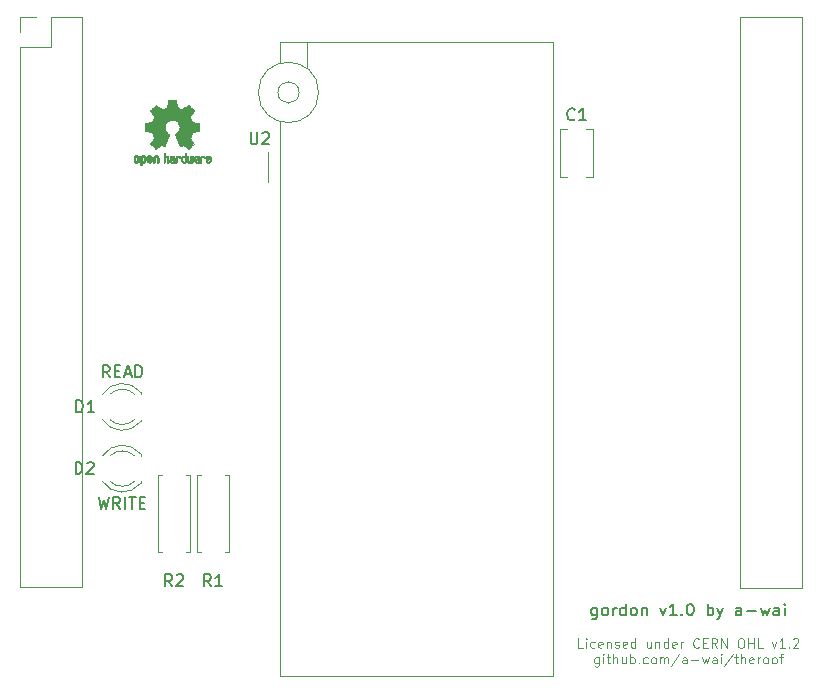
<source format=gto>
G04 #@! TF.GenerationSoftware,KiCad,Pcbnew,5.1.4+dfsg1-2*
G04 #@! TF.CreationDate,2019-11-28T13:24:12+01:00*
G04 #@! TF.ProjectId,gordon,676f7264-6f6e-42e6-9b69-6361645f7063,rev?*
G04 #@! TF.SameCoordinates,Original*
G04 #@! TF.FileFunction,Legend,Top*
G04 #@! TF.FilePolarity,Positive*
%FSLAX46Y46*%
G04 Gerber Fmt 4.6, Leading zero omitted, Abs format (unit mm)*
G04 Created by KiCad (PCBNEW 5.1.4+dfsg1-2) date 2019-11-28 13:24:12*
%MOMM*%
%LPD*%
G04 APERTURE LIST*
%ADD10C,0.120000*%
%ADD11C,0.150000*%
%ADD12C,0.010000*%
G04 APERTURE END LIST*
D10*
X131835714Y-116951904D02*
X131454761Y-116951904D01*
X131454761Y-116151904D01*
X132102380Y-116951904D02*
X132102380Y-116418571D01*
X132102380Y-116151904D02*
X132064285Y-116190000D01*
X132102380Y-116228095D01*
X132140476Y-116190000D01*
X132102380Y-116151904D01*
X132102380Y-116228095D01*
X132826190Y-116913809D02*
X132750000Y-116951904D01*
X132597619Y-116951904D01*
X132521428Y-116913809D01*
X132483333Y-116875714D01*
X132445238Y-116799523D01*
X132445238Y-116570952D01*
X132483333Y-116494761D01*
X132521428Y-116456666D01*
X132597619Y-116418571D01*
X132750000Y-116418571D01*
X132826190Y-116456666D01*
X133473809Y-116913809D02*
X133397619Y-116951904D01*
X133245238Y-116951904D01*
X133169047Y-116913809D01*
X133130952Y-116837619D01*
X133130952Y-116532857D01*
X133169047Y-116456666D01*
X133245238Y-116418571D01*
X133397619Y-116418571D01*
X133473809Y-116456666D01*
X133511904Y-116532857D01*
X133511904Y-116609047D01*
X133130952Y-116685238D01*
X133854761Y-116418571D02*
X133854761Y-116951904D01*
X133854761Y-116494761D02*
X133892857Y-116456666D01*
X133969047Y-116418571D01*
X134083333Y-116418571D01*
X134159523Y-116456666D01*
X134197619Y-116532857D01*
X134197619Y-116951904D01*
X134540476Y-116913809D02*
X134616666Y-116951904D01*
X134769047Y-116951904D01*
X134845238Y-116913809D01*
X134883333Y-116837619D01*
X134883333Y-116799523D01*
X134845238Y-116723333D01*
X134769047Y-116685238D01*
X134654761Y-116685238D01*
X134578571Y-116647142D01*
X134540476Y-116570952D01*
X134540476Y-116532857D01*
X134578571Y-116456666D01*
X134654761Y-116418571D01*
X134769047Y-116418571D01*
X134845238Y-116456666D01*
X135530952Y-116913809D02*
X135454761Y-116951904D01*
X135302380Y-116951904D01*
X135226190Y-116913809D01*
X135188095Y-116837619D01*
X135188095Y-116532857D01*
X135226190Y-116456666D01*
X135302380Y-116418571D01*
X135454761Y-116418571D01*
X135530952Y-116456666D01*
X135569047Y-116532857D01*
X135569047Y-116609047D01*
X135188095Y-116685238D01*
X136254761Y-116951904D02*
X136254761Y-116151904D01*
X136254761Y-116913809D02*
X136178571Y-116951904D01*
X136026190Y-116951904D01*
X135950000Y-116913809D01*
X135911904Y-116875714D01*
X135873809Y-116799523D01*
X135873809Y-116570952D01*
X135911904Y-116494761D01*
X135950000Y-116456666D01*
X136026190Y-116418571D01*
X136178571Y-116418571D01*
X136254761Y-116456666D01*
X137588095Y-116418571D02*
X137588095Y-116951904D01*
X137245238Y-116418571D02*
X137245238Y-116837619D01*
X137283333Y-116913809D01*
X137359523Y-116951904D01*
X137473809Y-116951904D01*
X137550000Y-116913809D01*
X137588095Y-116875714D01*
X137969047Y-116418571D02*
X137969047Y-116951904D01*
X137969047Y-116494761D02*
X138007142Y-116456666D01*
X138083333Y-116418571D01*
X138197619Y-116418571D01*
X138273809Y-116456666D01*
X138311904Y-116532857D01*
X138311904Y-116951904D01*
X139035714Y-116951904D02*
X139035714Y-116151904D01*
X139035714Y-116913809D02*
X138959523Y-116951904D01*
X138807142Y-116951904D01*
X138730952Y-116913809D01*
X138692857Y-116875714D01*
X138654761Y-116799523D01*
X138654761Y-116570952D01*
X138692857Y-116494761D01*
X138730952Y-116456666D01*
X138807142Y-116418571D01*
X138959523Y-116418571D01*
X139035714Y-116456666D01*
X139721428Y-116913809D02*
X139645238Y-116951904D01*
X139492857Y-116951904D01*
X139416666Y-116913809D01*
X139378571Y-116837619D01*
X139378571Y-116532857D01*
X139416666Y-116456666D01*
X139492857Y-116418571D01*
X139645238Y-116418571D01*
X139721428Y-116456666D01*
X139759523Y-116532857D01*
X139759523Y-116609047D01*
X139378571Y-116685238D01*
X140102380Y-116951904D02*
X140102380Y-116418571D01*
X140102380Y-116570952D02*
X140140476Y-116494761D01*
X140178571Y-116456666D01*
X140254761Y-116418571D01*
X140330952Y-116418571D01*
X141664285Y-116875714D02*
X141626190Y-116913809D01*
X141511904Y-116951904D01*
X141435714Y-116951904D01*
X141321428Y-116913809D01*
X141245238Y-116837619D01*
X141207142Y-116761428D01*
X141169047Y-116609047D01*
X141169047Y-116494761D01*
X141207142Y-116342380D01*
X141245238Y-116266190D01*
X141321428Y-116190000D01*
X141435714Y-116151904D01*
X141511904Y-116151904D01*
X141626190Y-116190000D01*
X141664285Y-116228095D01*
X142007142Y-116532857D02*
X142273809Y-116532857D01*
X142388095Y-116951904D02*
X142007142Y-116951904D01*
X142007142Y-116151904D01*
X142388095Y-116151904D01*
X143188095Y-116951904D02*
X142921428Y-116570952D01*
X142730952Y-116951904D02*
X142730952Y-116151904D01*
X143035714Y-116151904D01*
X143111904Y-116190000D01*
X143150000Y-116228095D01*
X143188095Y-116304285D01*
X143188095Y-116418571D01*
X143150000Y-116494761D01*
X143111904Y-116532857D01*
X143035714Y-116570952D01*
X142730952Y-116570952D01*
X143530952Y-116951904D02*
X143530952Y-116151904D01*
X143988095Y-116951904D01*
X143988095Y-116151904D01*
X145130952Y-116151904D02*
X145283333Y-116151904D01*
X145359523Y-116190000D01*
X145435714Y-116266190D01*
X145473809Y-116418571D01*
X145473809Y-116685238D01*
X145435714Y-116837619D01*
X145359523Y-116913809D01*
X145283333Y-116951904D01*
X145130952Y-116951904D01*
X145054761Y-116913809D01*
X144978571Y-116837619D01*
X144940476Y-116685238D01*
X144940476Y-116418571D01*
X144978571Y-116266190D01*
X145054761Y-116190000D01*
X145130952Y-116151904D01*
X145816666Y-116951904D02*
X145816666Y-116151904D01*
X145816666Y-116532857D02*
X146273809Y-116532857D01*
X146273809Y-116951904D02*
X146273809Y-116151904D01*
X147035714Y-116951904D02*
X146654761Y-116951904D01*
X146654761Y-116151904D01*
X147835714Y-116418571D02*
X148026190Y-116951904D01*
X148216666Y-116418571D01*
X148940476Y-116951904D02*
X148483333Y-116951904D01*
X148711904Y-116951904D02*
X148711904Y-116151904D01*
X148635714Y-116266190D01*
X148559523Y-116342380D01*
X148483333Y-116380476D01*
X149283333Y-116875714D02*
X149321428Y-116913809D01*
X149283333Y-116951904D01*
X149245238Y-116913809D01*
X149283333Y-116875714D01*
X149283333Y-116951904D01*
X149626190Y-116228095D02*
X149664285Y-116190000D01*
X149740476Y-116151904D01*
X149930952Y-116151904D01*
X150007142Y-116190000D01*
X150045238Y-116228095D01*
X150083333Y-116304285D01*
X150083333Y-116380476D01*
X150045238Y-116494761D01*
X149588095Y-116951904D01*
X150083333Y-116951904D01*
X133188095Y-117738571D02*
X133188095Y-118386190D01*
X133150000Y-118462380D01*
X133111904Y-118500476D01*
X133035714Y-118538571D01*
X132921428Y-118538571D01*
X132845238Y-118500476D01*
X133188095Y-118233809D02*
X133111904Y-118271904D01*
X132959523Y-118271904D01*
X132883333Y-118233809D01*
X132845238Y-118195714D01*
X132807142Y-118119523D01*
X132807142Y-117890952D01*
X132845238Y-117814761D01*
X132883333Y-117776666D01*
X132959523Y-117738571D01*
X133111904Y-117738571D01*
X133188095Y-117776666D01*
X133569047Y-118271904D02*
X133569047Y-117738571D01*
X133569047Y-117471904D02*
X133530952Y-117510000D01*
X133569047Y-117548095D01*
X133607142Y-117510000D01*
X133569047Y-117471904D01*
X133569047Y-117548095D01*
X133835714Y-117738571D02*
X134140476Y-117738571D01*
X133950000Y-117471904D02*
X133950000Y-118157619D01*
X133988095Y-118233809D01*
X134064285Y-118271904D01*
X134140476Y-118271904D01*
X134407142Y-118271904D02*
X134407142Y-117471904D01*
X134750000Y-118271904D02*
X134750000Y-117852857D01*
X134711904Y-117776666D01*
X134635714Y-117738571D01*
X134521428Y-117738571D01*
X134445238Y-117776666D01*
X134407142Y-117814761D01*
X135473809Y-117738571D02*
X135473809Y-118271904D01*
X135130952Y-117738571D02*
X135130952Y-118157619D01*
X135169047Y-118233809D01*
X135245238Y-118271904D01*
X135359523Y-118271904D01*
X135435714Y-118233809D01*
X135473809Y-118195714D01*
X135854761Y-118271904D02*
X135854761Y-117471904D01*
X135854761Y-117776666D02*
X135930952Y-117738571D01*
X136083333Y-117738571D01*
X136159523Y-117776666D01*
X136197619Y-117814761D01*
X136235714Y-117890952D01*
X136235714Y-118119523D01*
X136197619Y-118195714D01*
X136159523Y-118233809D01*
X136083333Y-118271904D01*
X135930952Y-118271904D01*
X135854761Y-118233809D01*
X136578571Y-118195714D02*
X136616666Y-118233809D01*
X136578571Y-118271904D01*
X136540476Y-118233809D01*
X136578571Y-118195714D01*
X136578571Y-118271904D01*
X137302380Y-118233809D02*
X137226190Y-118271904D01*
X137073809Y-118271904D01*
X136997619Y-118233809D01*
X136959523Y-118195714D01*
X136921428Y-118119523D01*
X136921428Y-117890952D01*
X136959523Y-117814761D01*
X136997619Y-117776666D01*
X137073809Y-117738571D01*
X137226190Y-117738571D01*
X137302380Y-117776666D01*
X137759523Y-118271904D02*
X137683333Y-118233809D01*
X137645238Y-118195714D01*
X137607142Y-118119523D01*
X137607142Y-117890952D01*
X137645238Y-117814761D01*
X137683333Y-117776666D01*
X137759523Y-117738571D01*
X137873809Y-117738571D01*
X137950000Y-117776666D01*
X137988095Y-117814761D01*
X138026190Y-117890952D01*
X138026190Y-118119523D01*
X137988095Y-118195714D01*
X137950000Y-118233809D01*
X137873809Y-118271904D01*
X137759523Y-118271904D01*
X138369047Y-118271904D02*
X138369047Y-117738571D01*
X138369047Y-117814761D02*
X138407142Y-117776666D01*
X138483333Y-117738571D01*
X138597619Y-117738571D01*
X138673809Y-117776666D01*
X138711904Y-117852857D01*
X138711904Y-118271904D01*
X138711904Y-117852857D02*
X138750000Y-117776666D01*
X138826190Y-117738571D01*
X138940476Y-117738571D01*
X139016666Y-117776666D01*
X139054761Y-117852857D01*
X139054761Y-118271904D01*
X140007142Y-117433809D02*
X139321428Y-118462380D01*
X140616666Y-118271904D02*
X140616666Y-117852857D01*
X140578571Y-117776666D01*
X140502380Y-117738571D01*
X140350000Y-117738571D01*
X140273809Y-117776666D01*
X140616666Y-118233809D02*
X140540476Y-118271904D01*
X140350000Y-118271904D01*
X140273809Y-118233809D01*
X140235714Y-118157619D01*
X140235714Y-118081428D01*
X140273809Y-118005238D01*
X140350000Y-117967142D01*
X140540476Y-117967142D01*
X140616666Y-117929047D01*
X140997619Y-117967142D02*
X141607142Y-117967142D01*
X141911904Y-117738571D02*
X142064285Y-118271904D01*
X142216666Y-117890952D01*
X142369047Y-118271904D01*
X142521428Y-117738571D01*
X143169047Y-118271904D02*
X143169047Y-117852857D01*
X143130952Y-117776666D01*
X143054761Y-117738571D01*
X142902380Y-117738571D01*
X142826190Y-117776666D01*
X143169047Y-118233809D02*
X143092857Y-118271904D01*
X142902380Y-118271904D01*
X142826190Y-118233809D01*
X142788095Y-118157619D01*
X142788095Y-118081428D01*
X142826190Y-118005238D01*
X142902380Y-117967142D01*
X143092857Y-117967142D01*
X143169047Y-117929047D01*
X143550000Y-118271904D02*
X143550000Y-117738571D01*
X143550000Y-117471904D02*
X143511904Y-117510000D01*
X143550000Y-117548095D01*
X143588095Y-117510000D01*
X143550000Y-117471904D01*
X143550000Y-117548095D01*
X144502380Y-117433809D02*
X143816666Y-118462380D01*
X144654761Y-117738571D02*
X144959523Y-117738571D01*
X144769047Y-117471904D02*
X144769047Y-118157619D01*
X144807142Y-118233809D01*
X144883333Y-118271904D01*
X144959523Y-118271904D01*
X145226190Y-118271904D02*
X145226190Y-117471904D01*
X145569047Y-118271904D02*
X145569047Y-117852857D01*
X145530952Y-117776666D01*
X145454761Y-117738571D01*
X145340476Y-117738571D01*
X145264285Y-117776666D01*
X145226190Y-117814761D01*
X146254761Y-118233809D02*
X146178571Y-118271904D01*
X146026190Y-118271904D01*
X145950000Y-118233809D01*
X145911904Y-118157619D01*
X145911904Y-117852857D01*
X145950000Y-117776666D01*
X146026190Y-117738571D01*
X146178571Y-117738571D01*
X146254761Y-117776666D01*
X146292857Y-117852857D01*
X146292857Y-117929047D01*
X145911904Y-118005238D01*
X146635714Y-118271904D02*
X146635714Y-117738571D01*
X146635714Y-117890952D02*
X146673809Y-117814761D01*
X146711904Y-117776666D01*
X146788095Y-117738571D01*
X146864285Y-117738571D01*
X147245238Y-118271904D02*
X147169047Y-118233809D01*
X147130952Y-118195714D01*
X147092857Y-118119523D01*
X147092857Y-117890952D01*
X147130952Y-117814761D01*
X147169047Y-117776666D01*
X147245238Y-117738571D01*
X147359523Y-117738571D01*
X147435714Y-117776666D01*
X147473809Y-117814761D01*
X147511904Y-117890952D01*
X147511904Y-118119523D01*
X147473809Y-118195714D01*
X147435714Y-118233809D01*
X147359523Y-118271904D01*
X147245238Y-118271904D01*
X147969047Y-118271904D02*
X147892857Y-118233809D01*
X147854761Y-118195714D01*
X147816666Y-118119523D01*
X147816666Y-117890952D01*
X147854761Y-117814761D01*
X147892857Y-117776666D01*
X147969047Y-117738571D01*
X148083333Y-117738571D01*
X148159523Y-117776666D01*
X148197619Y-117814761D01*
X148235714Y-117890952D01*
X148235714Y-118119523D01*
X148197619Y-118195714D01*
X148159523Y-118233809D01*
X148083333Y-118271904D01*
X147969047Y-118271904D01*
X148464285Y-117738571D02*
X148769047Y-117738571D01*
X148578571Y-118271904D02*
X148578571Y-117586190D01*
X148616666Y-117510000D01*
X148692857Y-117471904D01*
X148769047Y-117471904D01*
D11*
X133011904Y-113535714D02*
X133011904Y-114345238D01*
X132964285Y-114440476D01*
X132916666Y-114488095D01*
X132821428Y-114535714D01*
X132678571Y-114535714D01*
X132583333Y-114488095D01*
X133011904Y-114154761D02*
X132916666Y-114202380D01*
X132726190Y-114202380D01*
X132630952Y-114154761D01*
X132583333Y-114107142D01*
X132535714Y-114011904D01*
X132535714Y-113726190D01*
X132583333Y-113630952D01*
X132630952Y-113583333D01*
X132726190Y-113535714D01*
X132916666Y-113535714D01*
X133011904Y-113583333D01*
X133630952Y-114202380D02*
X133535714Y-114154761D01*
X133488095Y-114107142D01*
X133440476Y-114011904D01*
X133440476Y-113726190D01*
X133488095Y-113630952D01*
X133535714Y-113583333D01*
X133630952Y-113535714D01*
X133773809Y-113535714D01*
X133869047Y-113583333D01*
X133916666Y-113630952D01*
X133964285Y-113726190D01*
X133964285Y-114011904D01*
X133916666Y-114107142D01*
X133869047Y-114154761D01*
X133773809Y-114202380D01*
X133630952Y-114202380D01*
X134392857Y-114202380D02*
X134392857Y-113535714D01*
X134392857Y-113726190D02*
X134440476Y-113630952D01*
X134488095Y-113583333D01*
X134583333Y-113535714D01*
X134678571Y-113535714D01*
X135440476Y-114202380D02*
X135440476Y-113202380D01*
X135440476Y-114154761D02*
X135345238Y-114202380D01*
X135154761Y-114202380D01*
X135059523Y-114154761D01*
X135011904Y-114107142D01*
X134964285Y-114011904D01*
X134964285Y-113726190D01*
X135011904Y-113630952D01*
X135059523Y-113583333D01*
X135154761Y-113535714D01*
X135345238Y-113535714D01*
X135440476Y-113583333D01*
X136059523Y-114202380D02*
X135964285Y-114154761D01*
X135916666Y-114107142D01*
X135869047Y-114011904D01*
X135869047Y-113726190D01*
X135916666Y-113630952D01*
X135964285Y-113583333D01*
X136059523Y-113535714D01*
X136202380Y-113535714D01*
X136297619Y-113583333D01*
X136345238Y-113630952D01*
X136392857Y-113726190D01*
X136392857Y-114011904D01*
X136345238Y-114107142D01*
X136297619Y-114154761D01*
X136202380Y-114202380D01*
X136059523Y-114202380D01*
X136821428Y-113535714D02*
X136821428Y-114202380D01*
X136821428Y-113630952D02*
X136869047Y-113583333D01*
X136964285Y-113535714D01*
X137107142Y-113535714D01*
X137202380Y-113583333D01*
X137250000Y-113678571D01*
X137250000Y-114202380D01*
X138392857Y-113535714D02*
X138630952Y-114202380D01*
X138869047Y-113535714D01*
X139773809Y-114202380D02*
X139202380Y-114202380D01*
X139488095Y-114202380D02*
X139488095Y-113202380D01*
X139392857Y-113345238D01*
X139297619Y-113440476D01*
X139202380Y-113488095D01*
X140202380Y-114107142D02*
X140250000Y-114154761D01*
X140202380Y-114202380D01*
X140154761Y-114154761D01*
X140202380Y-114107142D01*
X140202380Y-114202380D01*
X140869047Y-113202380D02*
X140964285Y-113202380D01*
X141059523Y-113250000D01*
X141107142Y-113297619D01*
X141154761Y-113392857D01*
X141202380Y-113583333D01*
X141202380Y-113821428D01*
X141154761Y-114011904D01*
X141107142Y-114107142D01*
X141059523Y-114154761D01*
X140964285Y-114202380D01*
X140869047Y-114202380D01*
X140773809Y-114154761D01*
X140726190Y-114107142D01*
X140678571Y-114011904D01*
X140630952Y-113821428D01*
X140630952Y-113583333D01*
X140678571Y-113392857D01*
X140726190Y-113297619D01*
X140773809Y-113250000D01*
X140869047Y-113202380D01*
X142392857Y-114202380D02*
X142392857Y-113202380D01*
X142392857Y-113583333D02*
X142488095Y-113535714D01*
X142678571Y-113535714D01*
X142773809Y-113583333D01*
X142821428Y-113630952D01*
X142869047Y-113726190D01*
X142869047Y-114011904D01*
X142821428Y-114107142D01*
X142773809Y-114154761D01*
X142678571Y-114202380D01*
X142488095Y-114202380D01*
X142392857Y-114154761D01*
X143202380Y-113535714D02*
X143440476Y-114202380D01*
X143678571Y-113535714D02*
X143440476Y-114202380D01*
X143345238Y-114440476D01*
X143297619Y-114488095D01*
X143202380Y-114535714D01*
X145250000Y-114202380D02*
X145250000Y-113678571D01*
X145202380Y-113583333D01*
X145107142Y-113535714D01*
X144916666Y-113535714D01*
X144821428Y-113583333D01*
X145250000Y-114154761D02*
X145154761Y-114202380D01*
X144916666Y-114202380D01*
X144821428Y-114154761D01*
X144773809Y-114059523D01*
X144773809Y-113964285D01*
X144821428Y-113869047D01*
X144916666Y-113821428D01*
X145154761Y-113821428D01*
X145250000Y-113773809D01*
X145726190Y-113821428D02*
X146488095Y-113821428D01*
X146869047Y-113535714D02*
X147059523Y-114202380D01*
X147250000Y-113726190D01*
X147440476Y-114202380D01*
X147630952Y-113535714D01*
X148440476Y-114202380D02*
X148440476Y-113678571D01*
X148392857Y-113583333D01*
X148297619Y-113535714D01*
X148107142Y-113535714D01*
X148011904Y-113583333D01*
X148440476Y-114154761D02*
X148345238Y-114202380D01*
X148107142Y-114202380D01*
X148011904Y-114154761D01*
X147964285Y-114059523D01*
X147964285Y-113964285D01*
X148011904Y-113869047D01*
X148107142Y-113821428D01*
X148345238Y-113821428D01*
X148440476Y-113773809D01*
X148916666Y-114202380D02*
X148916666Y-113535714D01*
X148916666Y-113202380D02*
X148869047Y-113250000D01*
X148916666Y-113297619D01*
X148964285Y-113250000D01*
X148916666Y-113202380D01*
X148916666Y-113297619D01*
D10*
X105150000Y-77545000D02*
X105150000Y-75005000D01*
X108450000Y-65615000D02*
X108450000Y-67875000D01*
X106170000Y-65615000D02*
X106170000Y-67475000D01*
X129270000Y-65615000D02*
X106170000Y-65615000D01*
X129270000Y-119315000D02*
X129270000Y-65615000D01*
X106170000Y-119315000D02*
X129270000Y-119315000D01*
X106170000Y-72375000D02*
X106170000Y-119315000D01*
X107800000Y-69925000D02*
G75*
G03X107800000Y-69925000I-900000J0D01*
G01*
X109450000Y-69925000D02*
G75*
G03X109450000Y-69925000I-2550000J0D01*
G01*
D12*
G36*
X97153910Y-70567348D02*
G01*
X97232454Y-70567778D01*
X97289298Y-70568942D01*
X97328105Y-70571207D01*
X97352538Y-70574940D01*
X97366262Y-70580506D01*
X97372940Y-70588273D01*
X97376236Y-70598605D01*
X97376556Y-70599943D01*
X97381562Y-70624079D01*
X97390829Y-70671701D01*
X97403392Y-70737741D01*
X97418287Y-70817128D01*
X97434551Y-70904796D01*
X97435119Y-70907875D01*
X97451410Y-70993789D01*
X97466652Y-71069696D01*
X97479861Y-71131045D01*
X97490054Y-71173282D01*
X97496248Y-71191855D01*
X97496543Y-71192184D01*
X97514788Y-71201253D01*
X97552405Y-71216367D01*
X97601271Y-71234262D01*
X97601543Y-71234358D01*
X97663093Y-71257493D01*
X97735657Y-71286965D01*
X97804057Y-71316597D01*
X97807294Y-71318062D01*
X97918702Y-71368626D01*
X98165399Y-71200160D01*
X98241077Y-71148803D01*
X98309631Y-71102889D01*
X98367088Y-71065030D01*
X98409476Y-71037837D01*
X98432825Y-71023921D01*
X98435042Y-71022889D01*
X98452010Y-71027484D01*
X98483701Y-71049655D01*
X98531352Y-71090447D01*
X98596198Y-71150905D01*
X98662397Y-71215227D01*
X98726214Y-71278612D01*
X98783329Y-71336451D01*
X98830305Y-71385175D01*
X98863703Y-71421210D01*
X98880085Y-71440984D01*
X98880694Y-71442002D01*
X98882505Y-71455572D01*
X98875683Y-71477733D01*
X98858540Y-71511478D01*
X98829393Y-71559800D01*
X98786555Y-71625692D01*
X98729448Y-71710517D01*
X98678766Y-71785177D01*
X98633461Y-71852140D01*
X98596150Y-71907516D01*
X98569452Y-71947420D01*
X98555985Y-71967962D01*
X98555137Y-71969356D01*
X98556781Y-71989038D01*
X98569245Y-72027293D01*
X98590048Y-72076889D01*
X98597462Y-72092728D01*
X98629814Y-72163290D01*
X98664328Y-72243353D01*
X98692365Y-72312629D01*
X98712568Y-72364045D01*
X98728615Y-72403119D01*
X98737888Y-72423541D01*
X98739041Y-72425114D01*
X98756096Y-72427721D01*
X98796298Y-72434863D01*
X98854302Y-72445523D01*
X98924763Y-72458685D01*
X99002335Y-72473333D01*
X99081672Y-72488449D01*
X99157431Y-72503018D01*
X99224264Y-72516022D01*
X99276828Y-72526445D01*
X99309776Y-72533270D01*
X99317857Y-72535199D01*
X99326205Y-72539962D01*
X99332506Y-72550718D01*
X99337045Y-72571098D01*
X99340104Y-72604734D01*
X99341967Y-72655255D01*
X99342918Y-72726292D01*
X99343240Y-72821476D01*
X99343257Y-72860492D01*
X99343257Y-73177799D01*
X99267057Y-73192839D01*
X99224663Y-73200995D01*
X99161400Y-73212899D01*
X99084962Y-73227116D01*
X99003043Y-73242210D01*
X98980400Y-73246355D01*
X98904806Y-73261053D01*
X98838953Y-73275505D01*
X98788366Y-73288375D01*
X98758574Y-73298322D01*
X98753612Y-73301287D01*
X98741426Y-73322283D01*
X98723953Y-73362967D01*
X98704577Y-73415322D01*
X98700734Y-73426600D01*
X98675339Y-73496523D01*
X98643817Y-73575418D01*
X98612969Y-73646266D01*
X98612817Y-73646595D01*
X98561447Y-73757733D01*
X98730399Y-74006253D01*
X98899352Y-74254772D01*
X98682429Y-74472058D01*
X98616819Y-74536726D01*
X98556979Y-74593733D01*
X98506267Y-74640033D01*
X98468046Y-74672584D01*
X98445675Y-74688343D01*
X98442466Y-74689343D01*
X98423626Y-74681469D01*
X98385180Y-74659578D01*
X98331330Y-74626267D01*
X98266276Y-74584131D01*
X98195940Y-74536943D01*
X98124555Y-74488810D01*
X98060908Y-74446928D01*
X98009041Y-74413871D01*
X97972995Y-74392218D01*
X97956867Y-74384543D01*
X97937189Y-74391037D01*
X97899875Y-74408150D01*
X97852621Y-74432326D01*
X97847612Y-74435013D01*
X97783977Y-74466927D01*
X97740341Y-74482579D01*
X97713202Y-74482745D01*
X97699057Y-74468204D01*
X97698975Y-74468000D01*
X97691905Y-74450779D01*
X97675042Y-74409899D01*
X97649695Y-74348525D01*
X97617171Y-74269819D01*
X97578778Y-74176947D01*
X97535822Y-74073072D01*
X97494222Y-73972502D01*
X97448504Y-73861516D01*
X97406526Y-73758703D01*
X97369548Y-73667215D01*
X97338827Y-73590201D01*
X97315622Y-73530815D01*
X97301190Y-73492209D01*
X97296743Y-73477800D01*
X97307896Y-73461272D01*
X97337069Y-73434930D01*
X97375971Y-73405887D01*
X97486757Y-73314039D01*
X97573351Y-73208759D01*
X97634716Y-73092266D01*
X97669815Y-72966776D01*
X97677608Y-72834507D01*
X97671943Y-72773457D01*
X97641078Y-72646795D01*
X97587920Y-72534941D01*
X97515767Y-72439001D01*
X97427917Y-72360076D01*
X97327665Y-72299270D01*
X97218310Y-72257687D01*
X97103147Y-72236428D01*
X96985475Y-72236599D01*
X96868590Y-72259301D01*
X96755789Y-72305638D01*
X96650369Y-72376713D01*
X96606368Y-72416911D01*
X96521979Y-72520129D01*
X96463222Y-72632925D01*
X96429704Y-72752010D01*
X96421035Y-72874095D01*
X96436823Y-72995893D01*
X96476678Y-73114116D01*
X96540207Y-73225475D01*
X96627021Y-73326684D01*
X96724029Y-73405887D01*
X96764437Y-73436162D01*
X96792982Y-73462219D01*
X96803257Y-73477825D01*
X96797877Y-73494843D01*
X96782575Y-73535500D01*
X96758612Y-73596642D01*
X96727244Y-73675119D01*
X96689732Y-73767780D01*
X96647333Y-73871472D01*
X96605663Y-73972526D01*
X96559690Y-74083607D01*
X96517107Y-74186541D01*
X96479221Y-74278165D01*
X96447340Y-74355316D01*
X96422771Y-74414831D01*
X96406820Y-74453544D01*
X96400910Y-74468000D01*
X96386948Y-74482685D01*
X96359940Y-74482642D01*
X96316413Y-74467099D01*
X96252890Y-74435284D01*
X96252388Y-74435013D01*
X96204560Y-74410323D01*
X96165897Y-74392338D01*
X96144095Y-74384614D01*
X96143133Y-74384543D01*
X96126721Y-74392378D01*
X96090487Y-74414165D01*
X96038474Y-74447328D01*
X95974725Y-74489291D01*
X95904060Y-74536943D01*
X95832116Y-74585191D01*
X95767274Y-74627151D01*
X95713735Y-74660227D01*
X95675697Y-74681821D01*
X95657533Y-74689343D01*
X95640808Y-74679457D01*
X95607180Y-74651826D01*
X95560010Y-74609495D01*
X95502658Y-74555505D01*
X95438484Y-74492899D01*
X95417497Y-74471983D01*
X95200499Y-74254623D01*
X95365668Y-74012220D01*
X95415864Y-73937781D01*
X95459919Y-73870972D01*
X95495362Y-73815665D01*
X95519719Y-73775729D01*
X95530522Y-73755036D01*
X95530838Y-73753563D01*
X95525143Y-73734058D01*
X95509826Y-73694822D01*
X95487537Y-73642430D01*
X95471893Y-73607355D01*
X95442641Y-73540201D01*
X95415094Y-73472358D01*
X95393737Y-73415034D01*
X95387935Y-73397572D01*
X95371452Y-73350938D01*
X95355340Y-73314905D01*
X95346490Y-73301287D01*
X95326960Y-73292952D01*
X95284334Y-73281137D01*
X95224145Y-73267181D01*
X95151922Y-73252422D01*
X95119600Y-73246355D01*
X95037522Y-73231273D01*
X94958795Y-73216669D01*
X94891109Y-73203980D01*
X94842160Y-73194642D01*
X94832943Y-73192839D01*
X94756743Y-73177799D01*
X94756743Y-72860492D01*
X94756914Y-72756154D01*
X94757616Y-72677213D01*
X94759134Y-72620038D01*
X94761749Y-72580999D01*
X94765746Y-72556465D01*
X94771409Y-72542805D01*
X94779020Y-72536389D01*
X94782143Y-72535199D01*
X94800978Y-72530980D01*
X94842588Y-72522562D01*
X94901630Y-72510961D01*
X94972757Y-72497195D01*
X95050625Y-72482280D01*
X95129887Y-72467232D01*
X95205198Y-72453069D01*
X95271213Y-72440806D01*
X95322587Y-72431461D01*
X95353975Y-72426050D01*
X95360959Y-72425114D01*
X95367285Y-72412596D01*
X95381290Y-72379246D01*
X95400355Y-72331377D01*
X95407634Y-72312629D01*
X95436996Y-72240195D01*
X95471571Y-72160170D01*
X95502537Y-72092728D01*
X95525323Y-72041159D01*
X95540482Y-71998785D01*
X95545542Y-71972834D01*
X95544736Y-71969356D01*
X95534041Y-71952936D01*
X95509620Y-71916417D01*
X95474095Y-71863687D01*
X95430087Y-71798635D01*
X95380217Y-71725151D01*
X95370356Y-71710645D01*
X95312492Y-71624704D01*
X95269956Y-71559261D01*
X95241054Y-71511304D01*
X95224090Y-71477820D01*
X95217367Y-71455795D01*
X95219190Y-71442217D01*
X95219236Y-71442131D01*
X95233586Y-71424297D01*
X95265323Y-71389817D01*
X95311010Y-71342268D01*
X95367204Y-71285222D01*
X95430468Y-71222255D01*
X95437602Y-71215227D01*
X95517330Y-71138020D01*
X95578857Y-71081330D01*
X95623421Y-71044110D01*
X95652257Y-71025315D01*
X95664958Y-71022889D01*
X95683494Y-71033471D01*
X95721961Y-71057916D01*
X95776386Y-71093612D01*
X95842798Y-71137947D01*
X95917225Y-71188311D01*
X95934601Y-71200160D01*
X96181297Y-71368626D01*
X96292706Y-71318062D01*
X96360457Y-71288595D01*
X96433183Y-71258959D01*
X96495703Y-71235330D01*
X96498457Y-71234358D01*
X96547360Y-71216457D01*
X96585057Y-71201320D01*
X96603425Y-71192210D01*
X96603456Y-71192184D01*
X96609285Y-71175717D01*
X96619192Y-71135219D01*
X96632195Y-71075242D01*
X96647309Y-71000340D01*
X96663552Y-70915064D01*
X96664881Y-70907875D01*
X96681175Y-70820014D01*
X96696133Y-70740260D01*
X96708791Y-70673681D01*
X96718186Y-70625347D01*
X96723354Y-70600325D01*
X96723444Y-70599943D01*
X96726589Y-70589299D01*
X96732704Y-70581262D01*
X96745453Y-70575467D01*
X96768500Y-70571547D01*
X96805509Y-70569135D01*
X96860144Y-70567865D01*
X96936067Y-70567371D01*
X97036944Y-70567286D01*
X97050000Y-70567286D01*
X97153910Y-70567348D01*
X97153910Y-70567348D01*
G37*
X97153910Y-70567348D02*
X97232454Y-70567778D01*
X97289298Y-70568942D01*
X97328105Y-70571207D01*
X97352538Y-70574940D01*
X97366262Y-70580506D01*
X97372940Y-70588273D01*
X97376236Y-70598605D01*
X97376556Y-70599943D01*
X97381562Y-70624079D01*
X97390829Y-70671701D01*
X97403392Y-70737741D01*
X97418287Y-70817128D01*
X97434551Y-70904796D01*
X97435119Y-70907875D01*
X97451410Y-70993789D01*
X97466652Y-71069696D01*
X97479861Y-71131045D01*
X97490054Y-71173282D01*
X97496248Y-71191855D01*
X97496543Y-71192184D01*
X97514788Y-71201253D01*
X97552405Y-71216367D01*
X97601271Y-71234262D01*
X97601543Y-71234358D01*
X97663093Y-71257493D01*
X97735657Y-71286965D01*
X97804057Y-71316597D01*
X97807294Y-71318062D01*
X97918702Y-71368626D01*
X98165399Y-71200160D01*
X98241077Y-71148803D01*
X98309631Y-71102889D01*
X98367088Y-71065030D01*
X98409476Y-71037837D01*
X98432825Y-71023921D01*
X98435042Y-71022889D01*
X98452010Y-71027484D01*
X98483701Y-71049655D01*
X98531352Y-71090447D01*
X98596198Y-71150905D01*
X98662397Y-71215227D01*
X98726214Y-71278612D01*
X98783329Y-71336451D01*
X98830305Y-71385175D01*
X98863703Y-71421210D01*
X98880085Y-71440984D01*
X98880694Y-71442002D01*
X98882505Y-71455572D01*
X98875683Y-71477733D01*
X98858540Y-71511478D01*
X98829393Y-71559800D01*
X98786555Y-71625692D01*
X98729448Y-71710517D01*
X98678766Y-71785177D01*
X98633461Y-71852140D01*
X98596150Y-71907516D01*
X98569452Y-71947420D01*
X98555985Y-71967962D01*
X98555137Y-71969356D01*
X98556781Y-71989038D01*
X98569245Y-72027293D01*
X98590048Y-72076889D01*
X98597462Y-72092728D01*
X98629814Y-72163290D01*
X98664328Y-72243353D01*
X98692365Y-72312629D01*
X98712568Y-72364045D01*
X98728615Y-72403119D01*
X98737888Y-72423541D01*
X98739041Y-72425114D01*
X98756096Y-72427721D01*
X98796298Y-72434863D01*
X98854302Y-72445523D01*
X98924763Y-72458685D01*
X99002335Y-72473333D01*
X99081672Y-72488449D01*
X99157431Y-72503018D01*
X99224264Y-72516022D01*
X99276828Y-72526445D01*
X99309776Y-72533270D01*
X99317857Y-72535199D01*
X99326205Y-72539962D01*
X99332506Y-72550718D01*
X99337045Y-72571098D01*
X99340104Y-72604734D01*
X99341967Y-72655255D01*
X99342918Y-72726292D01*
X99343240Y-72821476D01*
X99343257Y-72860492D01*
X99343257Y-73177799D01*
X99267057Y-73192839D01*
X99224663Y-73200995D01*
X99161400Y-73212899D01*
X99084962Y-73227116D01*
X99003043Y-73242210D01*
X98980400Y-73246355D01*
X98904806Y-73261053D01*
X98838953Y-73275505D01*
X98788366Y-73288375D01*
X98758574Y-73298322D01*
X98753612Y-73301287D01*
X98741426Y-73322283D01*
X98723953Y-73362967D01*
X98704577Y-73415322D01*
X98700734Y-73426600D01*
X98675339Y-73496523D01*
X98643817Y-73575418D01*
X98612969Y-73646266D01*
X98612817Y-73646595D01*
X98561447Y-73757733D01*
X98730399Y-74006253D01*
X98899352Y-74254772D01*
X98682429Y-74472058D01*
X98616819Y-74536726D01*
X98556979Y-74593733D01*
X98506267Y-74640033D01*
X98468046Y-74672584D01*
X98445675Y-74688343D01*
X98442466Y-74689343D01*
X98423626Y-74681469D01*
X98385180Y-74659578D01*
X98331330Y-74626267D01*
X98266276Y-74584131D01*
X98195940Y-74536943D01*
X98124555Y-74488810D01*
X98060908Y-74446928D01*
X98009041Y-74413871D01*
X97972995Y-74392218D01*
X97956867Y-74384543D01*
X97937189Y-74391037D01*
X97899875Y-74408150D01*
X97852621Y-74432326D01*
X97847612Y-74435013D01*
X97783977Y-74466927D01*
X97740341Y-74482579D01*
X97713202Y-74482745D01*
X97699057Y-74468204D01*
X97698975Y-74468000D01*
X97691905Y-74450779D01*
X97675042Y-74409899D01*
X97649695Y-74348525D01*
X97617171Y-74269819D01*
X97578778Y-74176947D01*
X97535822Y-74073072D01*
X97494222Y-73972502D01*
X97448504Y-73861516D01*
X97406526Y-73758703D01*
X97369548Y-73667215D01*
X97338827Y-73590201D01*
X97315622Y-73530815D01*
X97301190Y-73492209D01*
X97296743Y-73477800D01*
X97307896Y-73461272D01*
X97337069Y-73434930D01*
X97375971Y-73405887D01*
X97486757Y-73314039D01*
X97573351Y-73208759D01*
X97634716Y-73092266D01*
X97669815Y-72966776D01*
X97677608Y-72834507D01*
X97671943Y-72773457D01*
X97641078Y-72646795D01*
X97587920Y-72534941D01*
X97515767Y-72439001D01*
X97427917Y-72360076D01*
X97327665Y-72299270D01*
X97218310Y-72257687D01*
X97103147Y-72236428D01*
X96985475Y-72236599D01*
X96868590Y-72259301D01*
X96755789Y-72305638D01*
X96650369Y-72376713D01*
X96606368Y-72416911D01*
X96521979Y-72520129D01*
X96463222Y-72632925D01*
X96429704Y-72752010D01*
X96421035Y-72874095D01*
X96436823Y-72995893D01*
X96476678Y-73114116D01*
X96540207Y-73225475D01*
X96627021Y-73326684D01*
X96724029Y-73405887D01*
X96764437Y-73436162D01*
X96792982Y-73462219D01*
X96803257Y-73477825D01*
X96797877Y-73494843D01*
X96782575Y-73535500D01*
X96758612Y-73596642D01*
X96727244Y-73675119D01*
X96689732Y-73767780D01*
X96647333Y-73871472D01*
X96605663Y-73972526D01*
X96559690Y-74083607D01*
X96517107Y-74186541D01*
X96479221Y-74278165D01*
X96447340Y-74355316D01*
X96422771Y-74414831D01*
X96406820Y-74453544D01*
X96400910Y-74468000D01*
X96386948Y-74482685D01*
X96359940Y-74482642D01*
X96316413Y-74467099D01*
X96252890Y-74435284D01*
X96252388Y-74435013D01*
X96204560Y-74410323D01*
X96165897Y-74392338D01*
X96144095Y-74384614D01*
X96143133Y-74384543D01*
X96126721Y-74392378D01*
X96090487Y-74414165D01*
X96038474Y-74447328D01*
X95974725Y-74489291D01*
X95904060Y-74536943D01*
X95832116Y-74585191D01*
X95767274Y-74627151D01*
X95713735Y-74660227D01*
X95675697Y-74681821D01*
X95657533Y-74689343D01*
X95640808Y-74679457D01*
X95607180Y-74651826D01*
X95560010Y-74609495D01*
X95502658Y-74555505D01*
X95438484Y-74492899D01*
X95417497Y-74471983D01*
X95200499Y-74254623D01*
X95365668Y-74012220D01*
X95415864Y-73937781D01*
X95459919Y-73870972D01*
X95495362Y-73815665D01*
X95519719Y-73775729D01*
X95530522Y-73755036D01*
X95530838Y-73753563D01*
X95525143Y-73734058D01*
X95509826Y-73694822D01*
X95487537Y-73642430D01*
X95471893Y-73607355D01*
X95442641Y-73540201D01*
X95415094Y-73472358D01*
X95393737Y-73415034D01*
X95387935Y-73397572D01*
X95371452Y-73350938D01*
X95355340Y-73314905D01*
X95346490Y-73301287D01*
X95326960Y-73292952D01*
X95284334Y-73281137D01*
X95224145Y-73267181D01*
X95151922Y-73252422D01*
X95119600Y-73246355D01*
X95037522Y-73231273D01*
X94958795Y-73216669D01*
X94891109Y-73203980D01*
X94842160Y-73194642D01*
X94832943Y-73192839D01*
X94756743Y-73177799D01*
X94756743Y-72860492D01*
X94756914Y-72756154D01*
X94757616Y-72677213D01*
X94759134Y-72620038D01*
X94761749Y-72580999D01*
X94765746Y-72556465D01*
X94771409Y-72542805D01*
X94779020Y-72536389D01*
X94782143Y-72535199D01*
X94800978Y-72530980D01*
X94842588Y-72522562D01*
X94901630Y-72510961D01*
X94972757Y-72497195D01*
X95050625Y-72482280D01*
X95129887Y-72467232D01*
X95205198Y-72453069D01*
X95271213Y-72440806D01*
X95322587Y-72431461D01*
X95353975Y-72426050D01*
X95360959Y-72425114D01*
X95367285Y-72412596D01*
X95381290Y-72379246D01*
X95400355Y-72331377D01*
X95407634Y-72312629D01*
X95436996Y-72240195D01*
X95471571Y-72160170D01*
X95502537Y-72092728D01*
X95525323Y-72041159D01*
X95540482Y-71998785D01*
X95545542Y-71972834D01*
X95544736Y-71969356D01*
X95534041Y-71952936D01*
X95509620Y-71916417D01*
X95474095Y-71863687D01*
X95430087Y-71798635D01*
X95380217Y-71725151D01*
X95370356Y-71710645D01*
X95312492Y-71624704D01*
X95269956Y-71559261D01*
X95241054Y-71511304D01*
X95224090Y-71477820D01*
X95217367Y-71455795D01*
X95219190Y-71442217D01*
X95219236Y-71442131D01*
X95233586Y-71424297D01*
X95265323Y-71389817D01*
X95311010Y-71342268D01*
X95367204Y-71285222D01*
X95430468Y-71222255D01*
X95437602Y-71215227D01*
X95517330Y-71138020D01*
X95578857Y-71081330D01*
X95623421Y-71044110D01*
X95652257Y-71025315D01*
X95664958Y-71022889D01*
X95683494Y-71033471D01*
X95721961Y-71057916D01*
X95776386Y-71093612D01*
X95842798Y-71137947D01*
X95917225Y-71188311D01*
X95934601Y-71200160D01*
X96181297Y-71368626D01*
X96292706Y-71318062D01*
X96360457Y-71288595D01*
X96433183Y-71258959D01*
X96495703Y-71235330D01*
X96498457Y-71234358D01*
X96547360Y-71216457D01*
X96585057Y-71201320D01*
X96603425Y-71192210D01*
X96603456Y-71192184D01*
X96609285Y-71175717D01*
X96619192Y-71135219D01*
X96632195Y-71075242D01*
X96647309Y-71000340D01*
X96663552Y-70915064D01*
X96664881Y-70907875D01*
X96681175Y-70820014D01*
X96696133Y-70740260D01*
X96708791Y-70673681D01*
X96718186Y-70625347D01*
X96723354Y-70600325D01*
X96723444Y-70599943D01*
X96726589Y-70589299D01*
X96732704Y-70581262D01*
X96745453Y-70575467D01*
X96768500Y-70571547D01*
X96805509Y-70569135D01*
X96860144Y-70567865D01*
X96936067Y-70567371D01*
X97036944Y-70567286D01*
X97050000Y-70567286D01*
X97153910Y-70567348D01*
G36*
X100203595Y-75291966D02*
G01*
X100261021Y-75329497D01*
X100288719Y-75363096D01*
X100310662Y-75424064D01*
X100312405Y-75472308D01*
X100308457Y-75536816D01*
X100159686Y-75601934D01*
X100087349Y-75635202D01*
X100040084Y-75661964D01*
X100015507Y-75685144D01*
X100011237Y-75707667D01*
X100024889Y-75732455D01*
X100039943Y-75748886D01*
X100083746Y-75775235D01*
X100131389Y-75777081D01*
X100175145Y-75756546D01*
X100207289Y-75715752D01*
X100213038Y-75701347D01*
X100240576Y-75656356D01*
X100272258Y-75637182D01*
X100315714Y-75620779D01*
X100315714Y-75682966D01*
X100311872Y-75725283D01*
X100296823Y-75760969D01*
X100265280Y-75801943D01*
X100260592Y-75807267D01*
X100225506Y-75843720D01*
X100195347Y-75863283D01*
X100157615Y-75872283D01*
X100126335Y-75875230D01*
X100070385Y-75875965D01*
X100030555Y-75866660D01*
X100005708Y-75852846D01*
X99966656Y-75822467D01*
X99939625Y-75789613D01*
X99922517Y-75748294D01*
X99913238Y-75692521D01*
X99909693Y-75616305D01*
X99909410Y-75577622D01*
X99910372Y-75531247D01*
X99998007Y-75531247D01*
X99999023Y-75556126D01*
X100001556Y-75560200D01*
X100018274Y-75554665D01*
X100054249Y-75540017D01*
X100102331Y-75519190D01*
X100112386Y-75514714D01*
X100173152Y-75483814D01*
X100206632Y-75456657D01*
X100213990Y-75431220D01*
X100196391Y-75405481D01*
X100181856Y-75394109D01*
X100129410Y-75371364D01*
X100080322Y-75375122D01*
X100039227Y-75402884D01*
X100010758Y-75452152D01*
X100001631Y-75491257D01*
X99998007Y-75531247D01*
X99910372Y-75531247D01*
X99911285Y-75487249D01*
X99918196Y-75420384D01*
X99931884Y-75371695D01*
X99954096Y-75335849D01*
X99986574Y-75307513D01*
X100000733Y-75298355D01*
X100065053Y-75274507D01*
X100135473Y-75273006D01*
X100203595Y-75291966D01*
X100203595Y-75291966D01*
G37*
X100203595Y-75291966D02*
X100261021Y-75329497D01*
X100288719Y-75363096D01*
X100310662Y-75424064D01*
X100312405Y-75472308D01*
X100308457Y-75536816D01*
X100159686Y-75601934D01*
X100087349Y-75635202D01*
X100040084Y-75661964D01*
X100015507Y-75685144D01*
X100011237Y-75707667D01*
X100024889Y-75732455D01*
X100039943Y-75748886D01*
X100083746Y-75775235D01*
X100131389Y-75777081D01*
X100175145Y-75756546D01*
X100207289Y-75715752D01*
X100213038Y-75701347D01*
X100240576Y-75656356D01*
X100272258Y-75637182D01*
X100315714Y-75620779D01*
X100315714Y-75682966D01*
X100311872Y-75725283D01*
X100296823Y-75760969D01*
X100265280Y-75801943D01*
X100260592Y-75807267D01*
X100225506Y-75843720D01*
X100195347Y-75863283D01*
X100157615Y-75872283D01*
X100126335Y-75875230D01*
X100070385Y-75875965D01*
X100030555Y-75866660D01*
X100005708Y-75852846D01*
X99966656Y-75822467D01*
X99939625Y-75789613D01*
X99922517Y-75748294D01*
X99913238Y-75692521D01*
X99909693Y-75616305D01*
X99909410Y-75577622D01*
X99910372Y-75531247D01*
X99998007Y-75531247D01*
X99999023Y-75556126D01*
X100001556Y-75560200D01*
X100018274Y-75554665D01*
X100054249Y-75540017D01*
X100102331Y-75519190D01*
X100112386Y-75514714D01*
X100173152Y-75483814D01*
X100206632Y-75456657D01*
X100213990Y-75431220D01*
X100196391Y-75405481D01*
X100181856Y-75394109D01*
X100129410Y-75371364D01*
X100080322Y-75375122D01*
X100039227Y-75402884D01*
X100010758Y-75452152D01*
X100001631Y-75491257D01*
X99998007Y-75531247D01*
X99910372Y-75531247D01*
X99911285Y-75487249D01*
X99918196Y-75420384D01*
X99931884Y-75371695D01*
X99954096Y-75335849D01*
X99986574Y-75307513D01*
X100000733Y-75298355D01*
X100065053Y-75274507D01*
X100135473Y-75273006D01*
X100203595Y-75291966D01*
G36*
X99702600Y-75283752D02*
G01*
X99719948Y-75291334D01*
X99761356Y-75324128D01*
X99796765Y-75371547D01*
X99818664Y-75422151D01*
X99822229Y-75447098D01*
X99810279Y-75481927D01*
X99784067Y-75500357D01*
X99755964Y-75511516D01*
X99743095Y-75513572D01*
X99736829Y-75498649D01*
X99724456Y-75466175D01*
X99719028Y-75451502D01*
X99688590Y-75400744D01*
X99644520Y-75375427D01*
X99588010Y-75376206D01*
X99583825Y-75377203D01*
X99553655Y-75391507D01*
X99531476Y-75419393D01*
X99516327Y-75464287D01*
X99507250Y-75529615D01*
X99503286Y-75618804D01*
X99502914Y-75666261D01*
X99502730Y-75741071D01*
X99501522Y-75792069D01*
X99498309Y-75824471D01*
X99492109Y-75843495D01*
X99481940Y-75854356D01*
X99466819Y-75862272D01*
X99465946Y-75862670D01*
X99436828Y-75874981D01*
X99422403Y-75879514D01*
X99420186Y-75865809D01*
X99418289Y-75827925D01*
X99416847Y-75770715D01*
X99415998Y-75699027D01*
X99415829Y-75646565D01*
X99416692Y-75545047D01*
X99420070Y-75468032D01*
X99427142Y-75411023D01*
X99439088Y-75369526D01*
X99457090Y-75339043D01*
X99482327Y-75315080D01*
X99507247Y-75298355D01*
X99567171Y-75276097D01*
X99636911Y-75271076D01*
X99702600Y-75283752D01*
X99702600Y-75283752D01*
G37*
X99702600Y-75283752D02*
X99719948Y-75291334D01*
X99761356Y-75324128D01*
X99796765Y-75371547D01*
X99818664Y-75422151D01*
X99822229Y-75447098D01*
X99810279Y-75481927D01*
X99784067Y-75500357D01*
X99755964Y-75511516D01*
X99743095Y-75513572D01*
X99736829Y-75498649D01*
X99724456Y-75466175D01*
X99719028Y-75451502D01*
X99688590Y-75400744D01*
X99644520Y-75375427D01*
X99588010Y-75376206D01*
X99583825Y-75377203D01*
X99553655Y-75391507D01*
X99531476Y-75419393D01*
X99516327Y-75464287D01*
X99507250Y-75529615D01*
X99503286Y-75618804D01*
X99502914Y-75666261D01*
X99502730Y-75741071D01*
X99501522Y-75792069D01*
X99498309Y-75824471D01*
X99492109Y-75843495D01*
X99481940Y-75854356D01*
X99466819Y-75862272D01*
X99465946Y-75862670D01*
X99436828Y-75874981D01*
X99422403Y-75879514D01*
X99420186Y-75865809D01*
X99418289Y-75827925D01*
X99416847Y-75770715D01*
X99415998Y-75699027D01*
X99415829Y-75646565D01*
X99416692Y-75545047D01*
X99420070Y-75468032D01*
X99427142Y-75411023D01*
X99439088Y-75369526D01*
X99457090Y-75339043D01*
X99482327Y-75315080D01*
X99507247Y-75298355D01*
X99567171Y-75276097D01*
X99636911Y-75271076D01*
X99702600Y-75283752D01*
G36*
X99194876Y-75281335D02*
G01*
X99236667Y-75300344D01*
X99269469Y-75323378D01*
X99293503Y-75349133D01*
X99310097Y-75382358D01*
X99320577Y-75427800D01*
X99326271Y-75490207D01*
X99328507Y-75574327D01*
X99328743Y-75629721D01*
X99328743Y-75845826D01*
X99291774Y-75862670D01*
X99262656Y-75874981D01*
X99248231Y-75879514D01*
X99245472Y-75866025D01*
X99243282Y-75829653D01*
X99241942Y-75776542D01*
X99241657Y-75734372D01*
X99240434Y-75673447D01*
X99237136Y-75625115D01*
X99232321Y-75595518D01*
X99228496Y-75589229D01*
X99202783Y-75595652D01*
X99162418Y-75612125D01*
X99115679Y-75634458D01*
X99070845Y-75658457D01*
X99036193Y-75679930D01*
X99020002Y-75694685D01*
X99019938Y-75694845D01*
X99021330Y-75722152D01*
X99033818Y-75748219D01*
X99055743Y-75769392D01*
X99087743Y-75776474D01*
X99115092Y-75775649D01*
X99153826Y-75775042D01*
X99174158Y-75784116D01*
X99186369Y-75808092D01*
X99187909Y-75812613D01*
X99193203Y-75846806D01*
X99179047Y-75867568D01*
X99142148Y-75877462D01*
X99102289Y-75879292D01*
X99030562Y-75865727D01*
X98993432Y-75846355D01*
X98947576Y-75800845D01*
X98923256Y-75744983D01*
X98921073Y-75685957D01*
X98941629Y-75630953D01*
X98972549Y-75596486D01*
X99003420Y-75577189D01*
X99051942Y-75552759D01*
X99108485Y-75527985D01*
X99117910Y-75524199D01*
X99180019Y-75496791D01*
X99215822Y-75472634D01*
X99227337Y-75448619D01*
X99216580Y-75421635D01*
X99198114Y-75400543D01*
X99154469Y-75374572D01*
X99106446Y-75372624D01*
X99062406Y-75392637D01*
X99030709Y-75432551D01*
X99026549Y-75442848D01*
X99002327Y-75480724D01*
X98966965Y-75508842D01*
X98922343Y-75531917D01*
X98922343Y-75466485D01*
X98924969Y-75426506D01*
X98936230Y-75394997D01*
X98961199Y-75361378D01*
X98985169Y-75335484D01*
X99022441Y-75298817D01*
X99051401Y-75279121D01*
X99082505Y-75271220D01*
X99117713Y-75269914D01*
X99194876Y-75281335D01*
X99194876Y-75281335D01*
G37*
X99194876Y-75281335D02*
X99236667Y-75300344D01*
X99269469Y-75323378D01*
X99293503Y-75349133D01*
X99310097Y-75382358D01*
X99320577Y-75427800D01*
X99326271Y-75490207D01*
X99328507Y-75574327D01*
X99328743Y-75629721D01*
X99328743Y-75845826D01*
X99291774Y-75862670D01*
X99262656Y-75874981D01*
X99248231Y-75879514D01*
X99245472Y-75866025D01*
X99243282Y-75829653D01*
X99241942Y-75776542D01*
X99241657Y-75734372D01*
X99240434Y-75673447D01*
X99237136Y-75625115D01*
X99232321Y-75595518D01*
X99228496Y-75589229D01*
X99202783Y-75595652D01*
X99162418Y-75612125D01*
X99115679Y-75634458D01*
X99070845Y-75658457D01*
X99036193Y-75679930D01*
X99020002Y-75694685D01*
X99019938Y-75694845D01*
X99021330Y-75722152D01*
X99033818Y-75748219D01*
X99055743Y-75769392D01*
X99087743Y-75776474D01*
X99115092Y-75775649D01*
X99153826Y-75775042D01*
X99174158Y-75784116D01*
X99186369Y-75808092D01*
X99187909Y-75812613D01*
X99193203Y-75846806D01*
X99179047Y-75867568D01*
X99142148Y-75877462D01*
X99102289Y-75879292D01*
X99030562Y-75865727D01*
X98993432Y-75846355D01*
X98947576Y-75800845D01*
X98923256Y-75744983D01*
X98921073Y-75685957D01*
X98941629Y-75630953D01*
X98972549Y-75596486D01*
X99003420Y-75577189D01*
X99051942Y-75552759D01*
X99108485Y-75527985D01*
X99117910Y-75524199D01*
X99180019Y-75496791D01*
X99215822Y-75472634D01*
X99227337Y-75448619D01*
X99216580Y-75421635D01*
X99198114Y-75400543D01*
X99154469Y-75374572D01*
X99106446Y-75372624D01*
X99062406Y-75392637D01*
X99030709Y-75432551D01*
X99026549Y-75442848D01*
X99002327Y-75480724D01*
X98966965Y-75508842D01*
X98922343Y-75531917D01*
X98922343Y-75466485D01*
X98924969Y-75426506D01*
X98936230Y-75394997D01*
X98961199Y-75361378D01*
X98985169Y-75335484D01*
X99022441Y-75298817D01*
X99051401Y-75279121D01*
X99082505Y-75271220D01*
X99117713Y-75269914D01*
X99194876Y-75281335D01*
G36*
X98829833Y-75283663D02*
G01*
X98832048Y-75321850D01*
X98833784Y-75379886D01*
X98834899Y-75453180D01*
X98835257Y-75530055D01*
X98835257Y-75790196D01*
X98789326Y-75836127D01*
X98757675Y-75864429D01*
X98729890Y-75875893D01*
X98691915Y-75875168D01*
X98676840Y-75873321D01*
X98629726Y-75867948D01*
X98590756Y-75864869D01*
X98581257Y-75864585D01*
X98549233Y-75866445D01*
X98503432Y-75871114D01*
X98485674Y-75873321D01*
X98442057Y-75876735D01*
X98412745Y-75869320D01*
X98383680Y-75846427D01*
X98373188Y-75836127D01*
X98327257Y-75790196D01*
X98327257Y-75303602D01*
X98364226Y-75286758D01*
X98396059Y-75274282D01*
X98414683Y-75269914D01*
X98419458Y-75283718D01*
X98423921Y-75322286D01*
X98427775Y-75381356D01*
X98430722Y-75456663D01*
X98432143Y-75520286D01*
X98436114Y-75770657D01*
X98470759Y-75775556D01*
X98502268Y-75772131D01*
X98517708Y-75761041D01*
X98522023Y-75740308D01*
X98525708Y-75696145D01*
X98528469Y-75634146D01*
X98530012Y-75559909D01*
X98530235Y-75521706D01*
X98530457Y-75301783D01*
X98576166Y-75285849D01*
X98608518Y-75275015D01*
X98626115Y-75269962D01*
X98626623Y-75269914D01*
X98628388Y-75283648D01*
X98630329Y-75321730D01*
X98632282Y-75379482D01*
X98634084Y-75452227D01*
X98635343Y-75520286D01*
X98639314Y-75770657D01*
X98726400Y-75770657D01*
X98730396Y-75542240D01*
X98734392Y-75313822D01*
X98776847Y-75291868D01*
X98808192Y-75276793D01*
X98826744Y-75269951D01*
X98827279Y-75269914D01*
X98829833Y-75283663D01*
X98829833Y-75283663D01*
G37*
X98829833Y-75283663D02*
X98832048Y-75321850D01*
X98833784Y-75379886D01*
X98834899Y-75453180D01*
X98835257Y-75530055D01*
X98835257Y-75790196D01*
X98789326Y-75836127D01*
X98757675Y-75864429D01*
X98729890Y-75875893D01*
X98691915Y-75875168D01*
X98676840Y-75873321D01*
X98629726Y-75867948D01*
X98590756Y-75864869D01*
X98581257Y-75864585D01*
X98549233Y-75866445D01*
X98503432Y-75871114D01*
X98485674Y-75873321D01*
X98442057Y-75876735D01*
X98412745Y-75869320D01*
X98383680Y-75846427D01*
X98373188Y-75836127D01*
X98327257Y-75790196D01*
X98327257Y-75303602D01*
X98364226Y-75286758D01*
X98396059Y-75274282D01*
X98414683Y-75269914D01*
X98419458Y-75283718D01*
X98423921Y-75322286D01*
X98427775Y-75381356D01*
X98430722Y-75456663D01*
X98432143Y-75520286D01*
X98436114Y-75770657D01*
X98470759Y-75775556D01*
X98502268Y-75772131D01*
X98517708Y-75761041D01*
X98522023Y-75740308D01*
X98525708Y-75696145D01*
X98528469Y-75634146D01*
X98530012Y-75559909D01*
X98530235Y-75521706D01*
X98530457Y-75301783D01*
X98576166Y-75285849D01*
X98608518Y-75275015D01*
X98626115Y-75269962D01*
X98626623Y-75269914D01*
X98628388Y-75283648D01*
X98630329Y-75321730D01*
X98632282Y-75379482D01*
X98634084Y-75452227D01*
X98635343Y-75520286D01*
X98639314Y-75770657D01*
X98726400Y-75770657D01*
X98730396Y-75542240D01*
X98734392Y-75313822D01*
X98776847Y-75291868D01*
X98808192Y-75276793D01*
X98826744Y-75269951D01*
X98827279Y-75269914D01*
X98829833Y-75283663D01*
G36*
X98240117Y-75390358D02*
G01*
X98239933Y-75498837D01*
X98239219Y-75582287D01*
X98237675Y-75644704D01*
X98235001Y-75690085D01*
X98230894Y-75722429D01*
X98225055Y-75745733D01*
X98217182Y-75763995D01*
X98211221Y-75774418D01*
X98161855Y-75830945D01*
X98099264Y-75866377D01*
X98030013Y-75879090D01*
X97960668Y-75867463D01*
X97919375Y-75846568D01*
X97876025Y-75810422D01*
X97846481Y-75766276D01*
X97828655Y-75708462D01*
X97820463Y-75631313D01*
X97819302Y-75574714D01*
X97819458Y-75570647D01*
X97920857Y-75570647D01*
X97921476Y-75635550D01*
X97924314Y-75678514D01*
X97930840Y-75706622D01*
X97942523Y-75726953D01*
X97956483Y-75742288D01*
X98003365Y-75771890D01*
X98053701Y-75774419D01*
X98101276Y-75749705D01*
X98104979Y-75746356D01*
X98120783Y-75728935D01*
X98130693Y-75708209D01*
X98136058Y-75677362D01*
X98138228Y-75629577D01*
X98138571Y-75576748D01*
X98137827Y-75510381D01*
X98134748Y-75466106D01*
X98128061Y-75437009D01*
X98116496Y-75416173D01*
X98107013Y-75405107D01*
X98062960Y-75377198D01*
X98012224Y-75373843D01*
X97963796Y-75395159D01*
X97954450Y-75403073D01*
X97938540Y-75420647D01*
X97928610Y-75441587D01*
X97923278Y-75472782D01*
X97921163Y-75521122D01*
X97920857Y-75570647D01*
X97819458Y-75570647D01*
X97822810Y-75483568D01*
X97834726Y-75415086D01*
X97857135Y-75363600D01*
X97892124Y-75323443D01*
X97919375Y-75302861D01*
X97968907Y-75280625D01*
X98026316Y-75270304D01*
X98079682Y-75273067D01*
X98109543Y-75284212D01*
X98121261Y-75287383D01*
X98129037Y-75275557D01*
X98134465Y-75243866D01*
X98138571Y-75195593D01*
X98143067Y-75141829D01*
X98149313Y-75109482D01*
X98160676Y-75090985D01*
X98180528Y-75078770D01*
X98193000Y-75073362D01*
X98240171Y-75053601D01*
X98240117Y-75390358D01*
X98240117Y-75390358D01*
G37*
X98240117Y-75390358D02*
X98239933Y-75498837D01*
X98239219Y-75582287D01*
X98237675Y-75644704D01*
X98235001Y-75690085D01*
X98230894Y-75722429D01*
X98225055Y-75745733D01*
X98217182Y-75763995D01*
X98211221Y-75774418D01*
X98161855Y-75830945D01*
X98099264Y-75866377D01*
X98030013Y-75879090D01*
X97960668Y-75867463D01*
X97919375Y-75846568D01*
X97876025Y-75810422D01*
X97846481Y-75766276D01*
X97828655Y-75708462D01*
X97820463Y-75631313D01*
X97819302Y-75574714D01*
X97819458Y-75570647D01*
X97920857Y-75570647D01*
X97921476Y-75635550D01*
X97924314Y-75678514D01*
X97930840Y-75706622D01*
X97942523Y-75726953D01*
X97956483Y-75742288D01*
X98003365Y-75771890D01*
X98053701Y-75774419D01*
X98101276Y-75749705D01*
X98104979Y-75746356D01*
X98120783Y-75728935D01*
X98130693Y-75708209D01*
X98136058Y-75677362D01*
X98138228Y-75629577D01*
X98138571Y-75576748D01*
X98137827Y-75510381D01*
X98134748Y-75466106D01*
X98128061Y-75437009D01*
X98116496Y-75416173D01*
X98107013Y-75405107D01*
X98062960Y-75377198D01*
X98012224Y-75373843D01*
X97963796Y-75395159D01*
X97954450Y-75403073D01*
X97938540Y-75420647D01*
X97928610Y-75441587D01*
X97923278Y-75472782D01*
X97921163Y-75521122D01*
X97920857Y-75570647D01*
X97819458Y-75570647D01*
X97822810Y-75483568D01*
X97834726Y-75415086D01*
X97857135Y-75363600D01*
X97892124Y-75323443D01*
X97919375Y-75302861D01*
X97968907Y-75280625D01*
X98026316Y-75270304D01*
X98079682Y-75273067D01*
X98109543Y-75284212D01*
X98121261Y-75287383D01*
X98129037Y-75275557D01*
X98134465Y-75243866D01*
X98138571Y-75195593D01*
X98143067Y-75141829D01*
X98149313Y-75109482D01*
X98160676Y-75090985D01*
X98180528Y-75078770D01*
X98193000Y-75073362D01*
X98240171Y-75053601D01*
X98240117Y-75390358D01*
G36*
X97579926Y-75274755D02*
G01*
X97645858Y-75299084D01*
X97699273Y-75342117D01*
X97720164Y-75372409D01*
X97742939Y-75427994D01*
X97742466Y-75468186D01*
X97718562Y-75495217D01*
X97709717Y-75499813D01*
X97671530Y-75514144D01*
X97652028Y-75510472D01*
X97645422Y-75486407D01*
X97645086Y-75473114D01*
X97632992Y-75424210D01*
X97601471Y-75389999D01*
X97557659Y-75373476D01*
X97508695Y-75377634D01*
X97468894Y-75399227D01*
X97455450Y-75411544D01*
X97445921Y-75426487D01*
X97439485Y-75449075D01*
X97435317Y-75484328D01*
X97432597Y-75537266D01*
X97430502Y-75612907D01*
X97429960Y-75636857D01*
X97427981Y-75718790D01*
X97425731Y-75776455D01*
X97422357Y-75814608D01*
X97417006Y-75838004D01*
X97408824Y-75851398D01*
X97396959Y-75859545D01*
X97389362Y-75863144D01*
X97357102Y-75875452D01*
X97338111Y-75879514D01*
X97331836Y-75865948D01*
X97328006Y-75824934D01*
X97326600Y-75755999D01*
X97327598Y-75658669D01*
X97327908Y-75643657D01*
X97330101Y-75554859D01*
X97332693Y-75490019D01*
X97336382Y-75444067D01*
X97341864Y-75411935D01*
X97349835Y-75388553D01*
X97360993Y-75368852D01*
X97366830Y-75360410D01*
X97400296Y-75323057D01*
X97437727Y-75294003D01*
X97442309Y-75291467D01*
X97509426Y-75271443D01*
X97579926Y-75274755D01*
X97579926Y-75274755D01*
G37*
X97579926Y-75274755D02*
X97645858Y-75299084D01*
X97699273Y-75342117D01*
X97720164Y-75372409D01*
X97742939Y-75427994D01*
X97742466Y-75468186D01*
X97718562Y-75495217D01*
X97709717Y-75499813D01*
X97671530Y-75514144D01*
X97652028Y-75510472D01*
X97645422Y-75486407D01*
X97645086Y-75473114D01*
X97632992Y-75424210D01*
X97601471Y-75389999D01*
X97557659Y-75373476D01*
X97508695Y-75377634D01*
X97468894Y-75399227D01*
X97455450Y-75411544D01*
X97445921Y-75426487D01*
X97439485Y-75449075D01*
X97435317Y-75484328D01*
X97432597Y-75537266D01*
X97430502Y-75612907D01*
X97429960Y-75636857D01*
X97427981Y-75718790D01*
X97425731Y-75776455D01*
X97422357Y-75814608D01*
X97417006Y-75838004D01*
X97408824Y-75851398D01*
X97396959Y-75859545D01*
X97389362Y-75863144D01*
X97357102Y-75875452D01*
X97338111Y-75879514D01*
X97331836Y-75865948D01*
X97328006Y-75824934D01*
X97326600Y-75755999D01*
X97327598Y-75658669D01*
X97327908Y-75643657D01*
X97330101Y-75554859D01*
X97332693Y-75490019D01*
X97336382Y-75444067D01*
X97341864Y-75411935D01*
X97349835Y-75388553D01*
X97360993Y-75368852D01*
X97366830Y-75360410D01*
X97400296Y-75323057D01*
X97437727Y-75294003D01*
X97442309Y-75291467D01*
X97509426Y-75271443D01*
X97579926Y-75274755D01*
G36*
X97089744Y-75275968D02*
G01*
X97146616Y-75297087D01*
X97147267Y-75297493D01*
X97182440Y-75323380D01*
X97208407Y-75353633D01*
X97226670Y-75393058D01*
X97238732Y-75446462D01*
X97246096Y-75518651D01*
X97250264Y-75614432D01*
X97250629Y-75628078D01*
X97255876Y-75833842D01*
X97211716Y-75856678D01*
X97179763Y-75872110D01*
X97160470Y-75879423D01*
X97159578Y-75879514D01*
X97156239Y-75866022D01*
X97153587Y-75829626D01*
X97151956Y-75776452D01*
X97151600Y-75733393D01*
X97151592Y-75663641D01*
X97148403Y-75619837D01*
X97137288Y-75598944D01*
X97113501Y-75597925D01*
X97072296Y-75613741D01*
X97010086Y-75642815D01*
X96964341Y-75666963D01*
X96940813Y-75687913D01*
X96933896Y-75710747D01*
X96933886Y-75711877D01*
X96945299Y-75751212D01*
X96979092Y-75772462D01*
X97030809Y-75775539D01*
X97068061Y-75775006D01*
X97087703Y-75785735D01*
X97099952Y-75811505D01*
X97107002Y-75844337D01*
X97096842Y-75862966D01*
X97093017Y-75865632D01*
X97057001Y-75876340D01*
X97006566Y-75877856D01*
X96954626Y-75870759D01*
X96917822Y-75857788D01*
X96866938Y-75814585D01*
X96838014Y-75754446D01*
X96832286Y-75707462D01*
X96836657Y-75665082D01*
X96852475Y-75630488D01*
X96883797Y-75599763D01*
X96934678Y-75568990D01*
X97009176Y-75534252D01*
X97013714Y-75532288D01*
X97080821Y-75501287D01*
X97122232Y-75475862D01*
X97139981Y-75453014D01*
X97136107Y-75429745D01*
X97112643Y-75403056D01*
X97105627Y-75396914D01*
X97058630Y-75373100D01*
X97009933Y-75374103D01*
X96967522Y-75397451D01*
X96939384Y-75440675D01*
X96936769Y-75449160D01*
X96911308Y-75490308D01*
X96879001Y-75510128D01*
X96832286Y-75529770D01*
X96832286Y-75478950D01*
X96846496Y-75405082D01*
X96888675Y-75337327D01*
X96910624Y-75314661D01*
X96960517Y-75285569D01*
X97023967Y-75272400D01*
X97089744Y-75275968D01*
X97089744Y-75275968D01*
G37*
X97089744Y-75275968D02*
X97146616Y-75297087D01*
X97147267Y-75297493D01*
X97182440Y-75323380D01*
X97208407Y-75353633D01*
X97226670Y-75393058D01*
X97238732Y-75446462D01*
X97246096Y-75518651D01*
X97250264Y-75614432D01*
X97250629Y-75628078D01*
X97255876Y-75833842D01*
X97211716Y-75856678D01*
X97179763Y-75872110D01*
X97160470Y-75879423D01*
X97159578Y-75879514D01*
X97156239Y-75866022D01*
X97153587Y-75829626D01*
X97151956Y-75776452D01*
X97151600Y-75733393D01*
X97151592Y-75663641D01*
X97148403Y-75619837D01*
X97137288Y-75598944D01*
X97113501Y-75597925D01*
X97072296Y-75613741D01*
X97010086Y-75642815D01*
X96964341Y-75666963D01*
X96940813Y-75687913D01*
X96933896Y-75710747D01*
X96933886Y-75711877D01*
X96945299Y-75751212D01*
X96979092Y-75772462D01*
X97030809Y-75775539D01*
X97068061Y-75775006D01*
X97087703Y-75785735D01*
X97099952Y-75811505D01*
X97107002Y-75844337D01*
X97096842Y-75862966D01*
X97093017Y-75865632D01*
X97057001Y-75876340D01*
X97006566Y-75877856D01*
X96954626Y-75870759D01*
X96917822Y-75857788D01*
X96866938Y-75814585D01*
X96838014Y-75754446D01*
X96832286Y-75707462D01*
X96836657Y-75665082D01*
X96852475Y-75630488D01*
X96883797Y-75599763D01*
X96934678Y-75568990D01*
X97009176Y-75534252D01*
X97013714Y-75532288D01*
X97080821Y-75501287D01*
X97122232Y-75475862D01*
X97139981Y-75453014D01*
X97136107Y-75429745D01*
X97112643Y-75403056D01*
X97105627Y-75396914D01*
X97058630Y-75373100D01*
X97009933Y-75374103D01*
X96967522Y-75397451D01*
X96939384Y-75440675D01*
X96936769Y-75449160D01*
X96911308Y-75490308D01*
X96879001Y-75510128D01*
X96832286Y-75529770D01*
X96832286Y-75478950D01*
X96846496Y-75405082D01*
X96888675Y-75337327D01*
X96910624Y-75314661D01*
X96960517Y-75285569D01*
X97023967Y-75272400D01*
X97089744Y-75275968D01*
G36*
X96425886Y-75176289D02*
G01*
X96430139Y-75235613D01*
X96435025Y-75270572D01*
X96441795Y-75285820D01*
X96451702Y-75286015D01*
X96454914Y-75284195D01*
X96497644Y-75271015D01*
X96553227Y-75271785D01*
X96609737Y-75285333D01*
X96645082Y-75302861D01*
X96681321Y-75330861D01*
X96707813Y-75362549D01*
X96725999Y-75402813D01*
X96737322Y-75456543D01*
X96743222Y-75528626D01*
X96745143Y-75623951D01*
X96745177Y-75642237D01*
X96745200Y-75847646D01*
X96699491Y-75863580D01*
X96667027Y-75874420D01*
X96649215Y-75879468D01*
X96648691Y-75879514D01*
X96646937Y-75865828D01*
X96645444Y-75828076D01*
X96644326Y-75771224D01*
X96643697Y-75700234D01*
X96643600Y-75657073D01*
X96643398Y-75571973D01*
X96642358Y-75510981D01*
X96639831Y-75469177D01*
X96635164Y-75441642D01*
X96627707Y-75423456D01*
X96616811Y-75409698D01*
X96610007Y-75403073D01*
X96563272Y-75376375D01*
X96512272Y-75374375D01*
X96466001Y-75396955D01*
X96457444Y-75405107D01*
X96444893Y-75420436D01*
X96436188Y-75438618D01*
X96430631Y-75464909D01*
X96427526Y-75504562D01*
X96426176Y-75562832D01*
X96425886Y-75643173D01*
X96425886Y-75847646D01*
X96380177Y-75863580D01*
X96347713Y-75874420D01*
X96329901Y-75879468D01*
X96329377Y-75879514D01*
X96328037Y-75865623D01*
X96326828Y-75826439D01*
X96325801Y-75765700D01*
X96325002Y-75687141D01*
X96324481Y-75594498D01*
X96324286Y-75491509D01*
X96324286Y-75094342D01*
X96371457Y-75074444D01*
X96418629Y-75054547D01*
X96425886Y-75176289D01*
X96425886Y-75176289D01*
G37*
X96425886Y-75176289D02*
X96430139Y-75235613D01*
X96435025Y-75270572D01*
X96441795Y-75285820D01*
X96451702Y-75286015D01*
X96454914Y-75284195D01*
X96497644Y-75271015D01*
X96553227Y-75271785D01*
X96609737Y-75285333D01*
X96645082Y-75302861D01*
X96681321Y-75330861D01*
X96707813Y-75362549D01*
X96725999Y-75402813D01*
X96737322Y-75456543D01*
X96743222Y-75528626D01*
X96745143Y-75623951D01*
X96745177Y-75642237D01*
X96745200Y-75847646D01*
X96699491Y-75863580D01*
X96667027Y-75874420D01*
X96649215Y-75879468D01*
X96648691Y-75879514D01*
X96646937Y-75865828D01*
X96645444Y-75828076D01*
X96644326Y-75771224D01*
X96643697Y-75700234D01*
X96643600Y-75657073D01*
X96643398Y-75571973D01*
X96642358Y-75510981D01*
X96639831Y-75469177D01*
X96635164Y-75441642D01*
X96627707Y-75423456D01*
X96616811Y-75409698D01*
X96610007Y-75403073D01*
X96563272Y-75376375D01*
X96512272Y-75374375D01*
X96466001Y-75396955D01*
X96457444Y-75405107D01*
X96444893Y-75420436D01*
X96436188Y-75438618D01*
X96430631Y-75464909D01*
X96427526Y-75504562D01*
X96426176Y-75562832D01*
X96425886Y-75643173D01*
X96425886Y-75847646D01*
X96380177Y-75863580D01*
X96347713Y-75874420D01*
X96329901Y-75879468D01*
X96329377Y-75879514D01*
X96328037Y-75865623D01*
X96326828Y-75826439D01*
X96325801Y-75765700D01*
X96325002Y-75687141D01*
X96324481Y-75594498D01*
X96324286Y-75491509D01*
X96324286Y-75094342D01*
X96371457Y-75074444D01*
X96418629Y-75054547D01*
X96425886Y-75176289D01*
G36*
X95218303Y-75256239D02*
G01*
X95275527Y-75294735D01*
X95319749Y-75350335D01*
X95346167Y-75421086D01*
X95351510Y-75473162D01*
X95350903Y-75494893D01*
X95345822Y-75511531D01*
X95331855Y-75526437D01*
X95304589Y-75542973D01*
X95259612Y-75564498D01*
X95192511Y-75594374D01*
X95192171Y-75594524D01*
X95130407Y-75622813D01*
X95079759Y-75647933D01*
X95045404Y-75667179D01*
X95032518Y-75677848D01*
X95032514Y-75677934D01*
X95043872Y-75701166D01*
X95070431Y-75726774D01*
X95100923Y-75745221D01*
X95116370Y-75748886D01*
X95158515Y-75736212D01*
X95194808Y-75704471D01*
X95212517Y-75669572D01*
X95229552Y-75643845D01*
X95262922Y-75614546D01*
X95302149Y-75589235D01*
X95336756Y-75575471D01*
X95343993Y-75574714D01*
X95352139Y-75587160D01*
X95352630Y-75618972D01*
X95346643Y-75661866D01*
X95335357Y-75707558D01*
X95319950Y-75747761D01*
X95319171Y-75749322D01*
X95272804Y-75814062D01*
X95212711Y-75858097D01*
X95144465Y-75879711D01*
X95073638Y-75877185D01*
X95005804Y-75848804D01*
X95002788Y-75846808D01*
X94949427Y-75798448D01*
X94914340Y-75735352D01*
X94894922Y-75652387D01*
X94892316Y-75629078D01*
X94887701Y-75519055D01*
X94893233Y-75467748D01*
X95032514Y-75467748D01*
X95034324Y-75499753D01*
X95044222Y-75509093D01*
X95068898Y-75502105D01*
X95107795Y-75485587D01*
X95151275Y-75464881D01*
X95152356Y-75464333D01*
X95189209Y-75444949D01*
X95204000Y-75432013D01*
X95200353Y-75418451D01*
X95184995Y-75400632D01*
X95145923Y-75374845D01*
X95103846Y-75372950D01*
X95066103Y-75391717D01*
X95040034Y-75427915D01*
X95032514Y-75467748D01*
X94893233Y-75467748D01*
X94897194Y-75431027D01*
X94921550Y-75361212D01*
X94955456Y-75312302D01*
X95016653Y-75262878D01*
X95084063Y-75238359D01*
X95152880Y-75236797D01*
X95218303Y-75256239D01*
X95218303Y-75256239D01*
G37*
X95218303Y-75256239D02*
X95275527Y-75294735D01*
X95319749Y-75350335D01*
X95346167Y-75421086D01*
X95351510Y-75473162D01*
X95350903Y-75494893D01*
X95345822Y-75511531D01*
X95331855Y-75526437D01*
X95304589Y-75542973D01*
X95259612Y-75564498D01*
X95192511Y-75594374D01*
X95192171Y-75594524D01*
X95130407Y-75622813D01*
X95079759Y-75647933D01*
X95045404Y-75667179D01*
X95032518Y-75677848D01*
X95032514Y-75677934D01*
X95043872Y-75701166D01*
X95070431Y-75726774D01*
X95100923Y-75745221D01*
X95116370Y-75748886D01*
X95158515Y-75736212D01*
X95194808Y-75704471D01*
X95212517Y-75669572D01*
X95229552Y-75643845D01*
X95262922Y-75614546D01*
X95302149Y-75589235D01*
X95336756Y-75575471D01*
X95343993Y-75574714D01*
X95352139Y-75587160D01*
X95352630Y-75618972D01*
X95346643Y-75661866D01*
X95335357Y-75707558D01*
X95319950Y-75747761D01*
X95319171Y-75749322D01*
X95272804Y-75814062D01*
X95212711Y-75858097D01*
X95144465Y-75879711D01*
X95073638Y-75877185D01*
X95005804Y-75848804D01*
X95002788Y-75846808D01*
X94949427Y-75798448D01*
X94914340Y-75735352D01*
X94894922Y-75652387D01*
X94892316Y-75629078D01*
X94887701Y-75519055D01*
X94893233Y-75467748D01*
X95032514Y-75467748D01*
X95034324Y-75499753D01*
X95044222Y-75509093D01*
X95068898Y-75502105D01*
X95107795Y-75485587D01*
X95151275Y-75464881D01*
X95152356Y-75464333D01*
X95189209Y-75444949D01*
X95204000Y-75432013D01*
X95200353Y-75418451D01*
X95184995Y-75400632D01*
X95145923Y-75374845D01*
X95103846Y-75372950D01*
X95066103Y-75391717D01*
X95040034Y-75427915D01*
X95032514Y-75467748D01*
X94893233Y-75467748D01*
X94897194Y-75431027D01*
X94921550Y-75361212D01*
X94955456Y-75312302D01*
X95016653Y-75262878D01*
X95084063Y-75238359D01*
X95152880Y-75236797D01*
X95218303Y-75256239D01*
G36*
X94091115Y-75246962D02*
G01*
X94159145Y-75282733D01*
X94209351Y-75340301D01*
X94227185Y-75377312D01*
X94241063Y-75432882D01*
X94248167Y-75503096D01*
X94248840Y-75579727D01*
X94243427Y-75654552D01*
X94232270Y-75719342D01*
X94215714Y-75765873D01*
X94210626Y-75773887D01*
X94150355Y-75833707D01*
X94078769Y-75869535D01*
X94001092Y-75880020D01*
X93922548Y-75863810D01*
X93900689Y-75854092D01*
X93858122Y-75824143D01*
X93820763Y-75784433D01*
X93817232Y-75779397D01*
X93802881Y-75755124D01*
X93793394Y-75729178D01*
X93787790Y-75695022D01*
X93785086Y-75646119D01*
X93784299Y-75575935D01*
X93784286Y-75560200D01*
X93784322Y-75555192D01*
X93929429Y-75555192D01*
X93930273Y-75621430D01*
X93933596Y-75665386D01*
X93940583Y-75693779D01*
X93952416Y-75713325D01*
X93958457Y-75719857D01*
X93993186Y-75744680D01*
X94026903Y-75743548D01*
X94060995Y-75722016D01*
X94081329Y-75699029D01*
X94093371Y-75665478D01*
X94100134Y-75612569D01*
X94100598Y-75606399D01*
X94101752Y-75510513D01*
X94089688Y-75439299D01*
X94064570Y-75393194D01*
X94026560Y-75372635D01*
X94012992Y-75371514D01*
X93977364Y-75377152D01*
X93952994Y-75396686D01*
X93938093Y-75434042D01*
X93930875Y-75493150D01*
X93929429Y-75555192D01*
X93784322Y-75555192D01*
X93784826Y-75485413D01*
X93787096Y-75433159D01*
X93792068Y-75396949D01*
X93800713Y-75370299D01*
X93814005Y-75346722D01*
X93816943Y-75342338D01*
X93866313Y-75283249D01*
X93920109Y-75248947D01*
X93985602Y-75235331D01*
X94007842Y-75234665D01*
X94091115Y-75246962D01*
X94091115Y-75246962D01*
G37*
X94091115Y-75246962D02*
X94159145Y-75282733D01*
X94209351Y-75340301D01*
X94227185Y-75377312D01*
X94241063Y-75432882D01*
X94248167Y-75503096D01*
X94248840Y-75579727D01*
X94243427Y-75654552D01*
X94232270Y-75719342D01*
X94215714Y-75765873D01*
X94210626Y-75773887D01*
X94150355Y-75833707D01*
X94078769Y-75869535D01*
X94001092Y-75880020D01*
X93922548Y-75863810D01*
X93900689Y-75854092D01*
X93858122Y-75824143D01*
X93820763Y-75784433D01*
X93817232Y-75779397D01*
X93802881Y-75755124D01*
X93793394Y-75729178D01*
X93787790Y-75695022D01*
X93785086Y-75646119D01*
X93784299Y-75575935D01*
X93784286Y-75560200D01*
X93784322Y-75555192D01*
X93929429Y-75555192D01*
X93930273Y-75621430D01*
X93933596Y-75665386D01*
X93940583Y-75693779D01*
X93952416Y-75713325D01*
X93958457Y-75719857D01*
X93993186Y-75744680D01*
X94026903Y-75743548D01*
X94060995Y-75722016D01*
X94081329Y-75699029D01*
X94093371Y-75665478D01*
X94100134Y-75612569D01*
X94100598Y-75606399D01*
X94101752Y-75510513D01*
X94089688Y-75439299D01*
X94064570Y-75393194D01*
X94026560Y-75372635D01*
X94012992Y-75371514D01*
X93977364Y-75377152D01*
X93952994Y-75396686D01*
X93938093Y-75434042D01*
X93930875Y-75493150D01*
X93929429Y-75555192D01*
X93784322Y-75555192D01*
X93784826Y-75485413D01*
X93787096Y-75433159D01*
X93792068Y-75396949D01*
X93800713Y-75370299D01*
X93814005Y-75346722D01*
X93816943Y-75342338D01*
X93866313Y-75283249D01*
X93920109Y-75248947D01*
X93985602Y-75235331D01*
X94007842Y-75234665D01*
X94091115Y-75246962D01*
G36*
X95766093Y-75252780D02*
G01*
X95812672Y-75279723D01*
X95845057Y-75306466D01*
X95868742Y-75334484D01*
X95885059Y-75368748D01*
X95895339Y-75414227D01*
X95900914Y-75475892D01*
X95903116Y-75558711D01*
X95903371Y-75618246D01*
X95903371Y-75837391D01*
X95841686Y-75865044D01*
X95780000Y-75892697D01*
X95772743Y-75652670D01*
X95769744Y-75563028D01*
X95766598Y-75497962D01*
X95762701Y-75453026D01*
X95757447Y-75423770D01*
X95750231Y-75405748D01*
X95740450Y-75394511D01*
X95737312Y-75392079D01*
X95689761Y-75373083D01*
X95641697Y-75380600D01*
X95613086Y-75400543D01*
X95601447Y-75414675D01*
X95593391Y-75433220D01*
X95588271Y-75461334D01*
X95585441Y-75504173D01*
X95584256Y-75566895D01*
X95584057Y-75632261D01*
X95584018Y-75714268D01*
X95582614Y-75772316D01*
X95577914Y-75811465D01*
X95567987Y-75836780D01*
X95550903Y-75853323D01*
X95524732Y-75866156D01*
X95489775Y-75879491D01*
X95451596Y-75894007D01*
X95456141Y-75636389D01*
X95457971Y-75543519D01*
X95460112Y-75474889D01*
X95463181Y-75425711D01*
X95467794Y-75391198D01*
X95474568Y-75366562D01*
X95484119Y-75347016D01*
X95495634Y-75329770D01*
X95551190Y-75274680D01*
X95618980Y-75242822D01*
X95692713Y-75235191D01*
X95766093Y-75252780D01*
X95766093Y-75252780D01*
G37*
X95766093Y-75252780D02*
X95812672Y-75279723D01*
X95845057Y-75306466D01*
X95868742Y-75334484D01*
X95885059Y-75368748D01*
X95895339Y-75414227D01*
X95900914Y-75475892D01*
X95903116Y-75558711D01*
X95903371Y-75618246D01*
X95903371Y-75837391D01*
X95841686Y-75865044D01*
X95780000Y-75892697D01*
X95772743Y-75652670D01*
X95769744Y-75563028D01*
X95766598Y-75497962D01*
X95762701Y-75453026D01*
X95757447Y-75423770D01*
X95750231Y-75405748D01*
X95740450Y-75394511D01*
X95737312Y-75392079D01*
X95689761Y-75373083D01*
X95641697Y-75380600D01*
X95613086Y-75400543D01*
X95601447Y-75414675D01*
X95593391Y-75433220D01*
X95588271Y-75461334D01*
X95585441Y-75504173D01*
X95584256Y-75566895D01*
X95584057Y-75632261D01*
X95584018Y-75714268D01*
X95582614Y-75772316D01*
X95577914Y-75811465D01*
X95567987Y-75836780D01*
X95550903Y-75853323D01*
X95524732Y-75866156D01*
X95489775Y-75879491D01*
X95451596Y-75894007D01*
X95456141Y-75636389D01*
X95457971Y-75543519D01*
X95460112Y-75474889D01*
X95463181Y-75425711D01*
X95467794Y-75391198D01*
X95474568Y-75366562D01*
X95484119Y-75347016D01*
X95495634Y-75329770D01*
X95551190Y-75274680D01*
X95618980Y-75242822D01*
X95692713Y-75235191D01*
X95766093Y-75252780D01*
G36*
X94649744Y-75244918D02*
G01*
X94705201Y-75272568D01*
X94754148Y-75323480D01*
X94767629Y-75342338D01*
X94782314Y-75367015D01*
X94791842Y-75393816D01*
X94797293Y-75429587D01*
X94799747Y-75481169D01*
X94800286Y-75549267D01*
X94797852Y-75642588D01*
X94789394Y-75712657D01*
X94773174Y-75764931D01*
X94747454Y-75804869D01*
X94710497Y-75837929D01*
X94707782Y-75839886D01*
X94671360Y-75859908D01*
X94627502Y-75869815D01*
X94571724Y-75872257D01*
X94481048Y-75872257D01*
X94481010Y-75960283D01*
X94480166Y-76009308D01*
X94475024Y-76038065D01*
X94461587Y-76055311D01*
X94435858Y-76069808D01*
X94429679Y-76072769D01*
X94400764Y-76086648D01*
X94378376Y-76095414D01*
X94361729Y-76096171D01*
X94350036Y-76086023D01*
X94342510Y-76062073D01*
X94338366Y-76021426D01*
X94336815Y-75961186D01*
X94337071Y-75878455D01*
X94338349Y-75770339D01*
X94338748Y-75738000D01*
X94340185Y-75626524D01*
X94341472Y-75553603D01*
X94480971Y-75553603D01*
X94481755Y-75615499D01*
X94485240Y-75655997D01*
X94493124Y-75682708D01*
X94507105Y-75703244D01*
X94516597Y-75713260D01*
X94555404Y-75742567D01*
X94589763Y-75744952D01*
X94625216Y-75720750D01*
X94626114Y-75719857D01*
X94640539Y-75701153D01*
X94649313Y-75675732D01*
X94653739Y-75636584D01*
X94655118Y-75576697D01*
X94655143Y-75563430D01*
X94651812Y-75480901D01*
X94640969Y-75423691D01*
X94621340Y-75388766D01*
X94591650Y-75373094D01*
X94574491Y-75371514D01*
X94533766Y-75378926D01*
X94505832Y-75403330D01*
X94489017Y-75447980D01*
X94481650Y-75516130D01*
X94480971Y-75553603D01*
X94341472Y-75553603D01*
X94341708Y-75540245D01*
X94343677Y-75475333D01*
X94346450Y-75427958D01*
X94350388Y-75394290D01*
X94355849Y-75370498D01*
X94363192Y-75352753D01*
X94372777Y-75337224D01*
X94376887Y-75331381D01*
X94431405Y-75276185D01*
X94500336Y-75244890D01*
X94580072Y-75236165D01*
X94649744Y-75244918D01*
X94649744Y-75244918D01*
G37*
X94649744Y-75244918D02*
X94705201Y-75272568D01*
X94754148Y-75323480D01*
X94767629Y-75342338D01*
X94782314Y-75367015D01*
X94791842Y-75393816D01*
X94797293Y-75429587D01*
X94799747Y-75481169D01*
X94800286Y-75549267D01*
X94797852Y-75642588D01*
X94789394Y-75712657D01*
X94773174Y-75764931D01*
X94747454Y-75804869D01*
X94710497Y-75837929D01*
X94707782Y-75839886D01*
X94671360Y-75859908D01*
X94627502Y-75869815D01*
X94571724Y-75872257D01*
X94481048Y-75872257D01*
X94481010Y-75960283D01*
X94480166Y-76009308D01*
X94475024Y-76038065D01*
X94461587Y-76055311D01*
X94435858Y-76069808D01*
X94429679Y-76072769D01*
X94400764Y-76086648D01*
X94378376Y-76095414D01*
X94361729Y-76096171D01*
X94350036Y-76086023D01*
X94342510Y-76062073D01*
X94338366Y-76021426D01*
X94336815Y-75961186D01*
X94337071Y-75878455D01*
X94338349Y-75770339D01*
X94338748Y-75738000D01*
X94340185Y-75626524D01*
X94341472Y-75553603D01*
X94480971Y-75553603D01*
X94481755Y-75615499D01*
X94485240Y-75655997D01*
X94493124Y-75682708D01*
X94507105Y-75703244D01*
X94516597Y-75713260D01*
X94555404Y-75742567D01*
X94589763Y-75744952D01*
X94625216Y-75720750D01*
X94626114Y-75719857D01*
X94640539Y-75701153D01*
X94649313Y-75675732D01*
X94653739Y-75636584D01*
X94655118Y-75576697D01*
X94655143Y-75563430D01*
X94651812Y-75480901D01*
X94640969Y-75423691D01*
X94621340Y-75388766D01*
X94591650Y-75373094D01*
X94574491Y-75371514D01*
X94533766Y-75378926D01*
X94505832Y-75403330D01*
X94489017Y-75447980D01*
X94481650Y-75516130D01*
X94480971Y-75553603D01*
X94341472Y-75553603D01*
X94341708Y-75540245D01*
X94343677Y-75475333D01*
X94346450Y-75427958D01*
X94350388Y-75394290D01*
X94355849Y-75370498D01*
X94363192Y-75352753D01*
X94372777Y-75337224D01*
X94376887Y-75331381D01*
X94431405Y-75276185D01*
X94500336Y-75244890D01*
X94580072Y-75236165D01*
X94649744Y-75244918D01*
D10*
X86805000Y-63570000D02*
X86805000Y-66110000D01*
X89395000Y-63570000D02*
X86805000Y-63570000D01*
X145155000Y-111900000D02*
X145155000Y-63510000D01*
X150355000Y-111900000D02*
X145155000Y-111900000D01*
X150355000Y-63510000D02*
X150355000Y-111900000D01*
X145155000Y-63510000D02*
X150355000Y-63510000D01*
X89405000Y-111820000D02*
X89395000Y-63570000D01*
X84205000Y-111820000D02*
X89405000Y-111820000D01*
X84205000Y-66110000D02*
X84205000Y-111820000D01*
X86805000Y-66110000D02*
X84205000Y-66110000D01*
X84195000Y-63510000D02*
X84195000Y-64840000D01*
X85525000Y-63510000D02*
X84195000Y-63510000D01*
X98595000Y-102295000D02*
X98265000Y-102295000D01*
X98595000Y-108835000D02*
X98595000Y-102295000D01*
X98265000Y-108835000D02*
X98595000Y-108835000D01*
X95855000Y-102295000D02*
X96185000Y-102295000D01*
X95855000Y-108835000D02*
X95855000Y-102295000D01*
X96185000Y-108835000D02*
X95855000Y-108835000D01*
X101870000Y-102295000D02*
X101540000Y-102295000D01*
X101870000Y-108835000D02*
X101870000Y-102295000D01*
X101540000Y-108835000D02*
X101870000Y-108835000D01*
X99130000Y-102295000D02*
X99460000Y-102295000D01*
X99130000Y-108835000D02*
X99130000Y-102295000D01*
X99460000Y-108835000D02*
X99130000Y-108835000D01*
X94390000Y-100695000D02*
X94390000Y-100539000D01*
X94390000Y-103011000D02*
X94390000Y-102855000D01*
X91788870Y-100695163D02*
G75*
G02X93870961Y-100695000I1041130J-1079837D01*
G01*
X91788870Y-102854837D02*
G75*
G03X93870961Y-102855000I1041130J1079837D01*
G01*
X91157665Y-100696392D02*
G75*
G02X94390000Y-100539484I1672335J-1078608D01*
G01*
X91157665Y-102853608D02*
G75*
G03X94390000Y-103010516I1672335J1078608D01*
G01*
X94390000Y-95470000D02*
X94390000Y-95314000D01*
X94390000Y-97786000D02*
X94390000Y-97630000D01*
X91788870Y-95470163D02*
G75*
G02X93870961Y-95470000I1041130J-1079837D01*
G01*
X91788870Y-97629837D02*
G75*
G03X93870961Y-97630000I1041130J1079837D01*
G01*
X91157665Y-95471392D02*
G75*
G02X94390000Y-95314484I1672335J-1078608D01*
G01*
X91157665Y-97628608D02*
G75*
G03X94390000Y-97785516I1672335J1078608D01*
G01*
X132070000Y-73005000D02*
X132695000Y-73005000D01*
X129855000Y-73005000D02*
X130480000Y-73005000D01*
X132070000Y-77045000D02*
X132695000Y-77045000D01*
X129855000Y-77045000D02*
X130480000Y-77045000D01*
X132695000Y-77045000D02*
X132695000Y-73005000D01*
X129855000Y-77045000D02*
X129855000Y-73005000D01*
D11*
X103688095Y-73302380D02*
X103688095Y-74111904D01*
X103735714Y-74207142D01*
X103783333Y-74254761D01*
X103878571Y-74302380D01*
X104069047Y-74302380D01*
X104164285Y-74254761D01*
X104211904Y-74207142D01*
X104259523Y-74111904D01*
X104259523Y-73302380D01*
X104688095Y-73397619D02*
X104735714Y-73350000D01*
X104830952Y-73302380D01*
X105069047Y-73302380D01*
X105164285Y-73350000D01*
X105211904Y-73397619D01*
X105259523Y-73492857D01*
X105259523Y-73588095D01*
X105211904Y-73730952D01*
X104640476Y-74302380D01*
X105259523Y-74302380D01*
X97058333Y-111727380D02*
X96725000Y-111251190D01*
X96486904Y-111727380D02*
X96486904Y-110727380D01*
X96867857Y-110727380D01*
X96963095Y-110775000D01*
X97010714Y-110822619D01*
X97058333Y-110917857D01*
X97058333Y-111060714D01*
X97010714Y-111155952D01*
X96963095Y-111203571D01*
X96867857Y-111251190D01*
X96486904Y-111251190D01*
X97439285Y-110822619D02*
X97486904Y-110775000D01*
X97582142Y-110727380D01*
X97820238Y-110727380D01*
X97915476Y-110775000D01*
X97963095Y-110822619D01*
X98010714Y-110917857D01*
X98010714Y-111013095D01*
X97963095Y-111155952D01*
X97391666Y-111727380D01*
X98010714Y-111727380D01*
X100333333Y-111727380D02*
X100000000Y-111251190D01*
X99761904Y-111727380D02*
X99761904Y-110727380D01*
X100142857Y-110727380D01*
X100238095Y-110775000D01*
X100285714Y-110822619D01*
X100333333Y-110917857D01*
X100333333Y-111060714D01*
X100285714Y-111155952D01*
X100238095Y-111203571D01*
X100142857Y-111251190D01*
X99761904Y-111251190D01*
X101285714Y-111727380D02*
X100714285Y-111727380D01*
X101000000Y-111727380D02*
X101000000Y-110727380D01*
X100904761Y-110870238D01*
X100809523Y-110965476D01*
X100714285Y-111013095D01*
X88886904Y-102227380D02*
X88886904Y-101227380D01*
X89125000Y-101227380D01*
X89267857Y-101275000D01*
X89363095Y-101370238D01*
X89410714Y-101465476D01*
X89458333Y-101655952D01*
X89458333Y-101798809D01*
X89410714Y-101989285D01*
X89363095Y-102084523D01*
X89267857Y-102179761D01*
X89125000Y-102227380D01*
X88886904Y-102227380D01*
X89839285Y-101322619D02*
X89886904Y-101275000D01*
X89982142Y-101227380D01*
X90220238Y-101227380D01*
X90315476Y-101275000D01*
X90363095Y-101322619D01*
X90410714Y-101417857D01*
X90410714Y-101513095D01*
X90363095Y-101655952D01*
X89791666Y-102227380D01*
X90410714Y-102227380D01*
X90830000Y-104177380D02*
X91068095Y-105177380D01*
X91258571Y-104463095D01*
X91449047Y-105177380D01*
X91687142Y-104177380D01*
X92639523Y-105177380D02*
X92306190Y-104701190D01*
X92068095Y-105177380D02*
X92068095Y-104177380D01*
X92449047Y-104177380D01*
X92544285Y-104225000D01*
X92591904Y-104272619D01*
X92639523Y-104367857D01*
X92639523Y-104510714D01*
X92591904Y-104605952D01*
X92544285Y-104653571D01*
X92449047Y-104701190D01*
X92068095Y-104701190D01*
X93068095Y-105177380D02*
X93068095Y-104177380D01*
X93401428Y-104177380D02*
X93972857Y-104177380D01*
X93687142Y-105177380D02*
X93687142Y-104177380D01*
X94306190Y-104653571D02*
X94639523Y-104653571D01*
X94782380Y-105177380D02*
X94306190Y-105177380D01*
X94306190Y-104177380D01*
X94782380Y-104177380D01*
X88936904Y-97002380D02*
X88936904Y-96002380D01*
X89175000Y-96002380D01*
X89317857Y-96050000D01*
X89413095Y-96145238D01*
X89460714Y-96240476D01*
X89508333Y-96430952D01*
X89508333Y-96573809D01*
X89460714Y-96764285D01*
X89413095Y-96859523D01*
X89317857Y-96954761D01*
X89175000Y-97002380D01*
X88936904Y-97002380D01*
X90460714Y-97002380D02*
X89889285Y-97002380D01*
X90175000Y-97002380D02*
X90175000Y-96002380D01*
X90079761Y-96145238D01*
X89984523Y-96240476D01*
X89889285Y-96288095D01*
X91758571Y-94042380D02*
X91425238Y-93566190D01*
X91187142Y-94042380D02*
X91187142Y-93042380D01*
X91568095Y-93042380D01*
X91663333Y-93090000D01*
X91710952Y-93137619D01*
X91758571Y-93232857D01*
X91758571Y-93375714D01*
X91710952Y-93470952D01*
X91663333Y-93518571D01*
X91568095Y-93566190D01*
X91187142Y-93566190D01*
X92187142Y-93518571D02*
X92520476Y-93518571D01*
X92663333Y-94042380D02*
X92187142Y-94042380D01*
X92187142Y-93042380D01*
X92663333Y-93042380D01*
X93044285Y-93756666D02*
X93520476Y-93756666D01*
X92949047Y-94042380D02*
X93282380Y-93042380D01*
X93615714Y-94042380D01*
X93949047Y-94042380D02*
X93949047Y-93042380D01*
X94187142Y-93042380D01*
X94329999Y-93090000D01*
X94425238Y-93185238D01*
X94472857Y-93280476D01*
X94520476Y-93470952D01*
X94520476Y-93613809D01*
X94472857Y-93804285D01*
X94425238Y-93899523D01*
X94329999Y-93994761D01*
X94187142Y-94042380D01*
X93949047Y-94042380D01*
X131133333Y-72182142D02*
X131085714Y-72229761D01*
X130942857Y-72277380D01*
X130847619Y-72277380D01*
X130704761Y-72229761D01*
X130609523Y-72134523D01*
X130561904Y-72039285D01*
X130514285Y-71848809D01*
X130514285Y-71705952D01*
X130561904Y-71515476D01*
X130609523Y-71420238D01*
X130704761Y-71325000D01*
X130847619Y-71277380D01*
X130942857Y-71277380D01*
X131085714Y-71325000D01*
X131133333Y-71372619D01*
X132085714Y-72277380D02*
X131514285Y-72277380D01*
X131800000Y-72277380D02*
X131800000Y-71277380D01*
X131704761Y-71420238D01*
X131609523Y-71515476D01*
X131514285Y-71563095D01*
M02*

</source>
